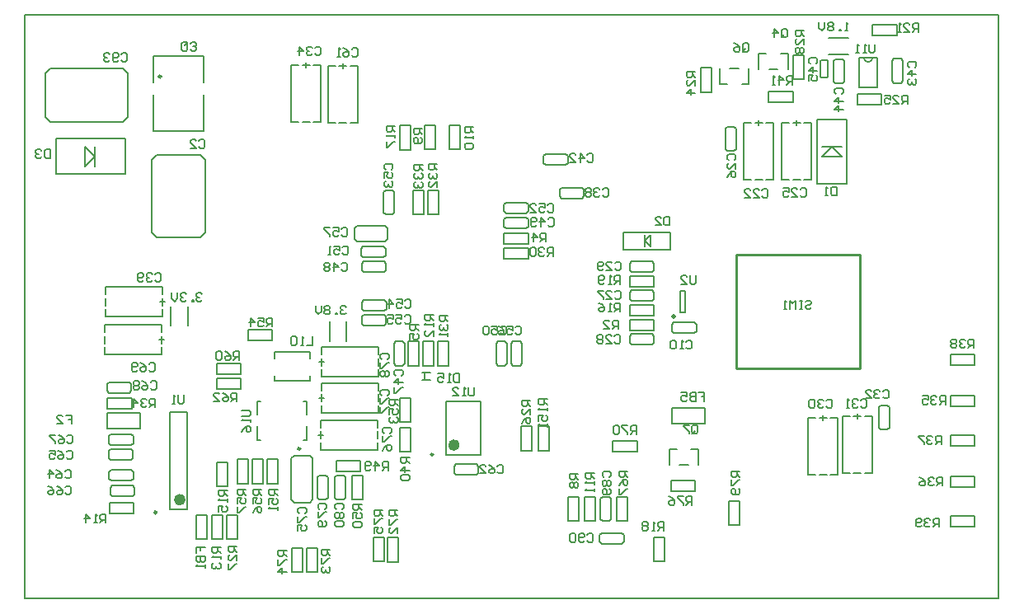
<source format=gbo>
%FSLAX25Y25*%
%MOIN*%
G70*
G01*
G75*
G04 Layer_Color=32896*
%ADD10C,0.03000*%
%ADD11C,0.02000*%
%ADD12R,0.01575X0.01181*%
%ADD13R,0.03937X0.02362*%
%ADD14R,0.07480X0.11811*%
%ADD15O,0.06890X0.02362*%
%ADD16O,0.01378X0.06693*%
%ADD17R,0.02362X0.02362*%
%ADD18R,0.13386X0.13386*%
%ADD19O,0.00984X0.03740*%
%ADD20O,0.03740X0.00984*%
%ADD21R,0.03347X0.02756*%
%ADD22R,0.02756X0.03347*%
%ADD23R,0.02362X0.02362*%
%ADD24R,0.03937X0.07087*%
%ADD25O,0.03150X0.05906*%
%ADD26R,0.03150X0.02559*%
%ADD27R,0.01181X0.01575*%
%ADD28R,0.07087X0.03937*%
%ADD29O,0.05906X0.03150*%
%ADD30C,0.03937*%
%ADD31R,0.10000X0.07000*%
%ADD32R,0.04724X0.09843*%
%ADD33R,0.07874X0.07874*%
%ADD34R,0.03937X0.05906*%
%ADD35R,0.03937X0.05118*%
%ADD36R,0.08898X0.25590*%
%ADD37R,0.01063X0.06693*%
%ADD38R,0.06693X0.01063*%
%ADD39O,0.06693X0.01063*%
%ADD40R,0.07087X0.07874*%
%ADD41R,0.04803X0.02441*%
%ADD42R,0.08661X0.16929*%
%ADD43O,0.03740X0.01378*%
%ADD44R,0.04724X0.03150*%
%ADD45R,0.04800X0.05600*%
%ADD46R,0.02500X0.05906*%
%ADD47O,0.03937X0.01181*%
%ADD48R,0.03937X0.01181*%
%ADD49R,0.07874X0.07874*%
%ADD50R,0.01575X0.05906*%
%ADD51R,0.07874X0.03937*%
%ADD52R,0.01200X0.01800*%
G04:AMPARAMS|DCode=53|XSize=35.43mil|YSize=157.48mil|CornerRadius=1.77mil|HoleSize=0mil|Usage=FLASHONLY|Rotation=90.000|XOffset=0mil|YOffset=0mil|HoleType=Round|Shape=RoundedRectangle|*
%AMROUNDEDRECTD53*
21,1,0.03543,0.15394,0,0,90.0*
21,1,0.03189,0.15748,0,0,90.0*
1,1,0.00354,0.07697,0.01595*
1,1,0.00354,0.07697,-0.01595*
1,1,0.00354,-0.07697,-0.01595*
1,1,0.00354,-0.07697,0.01595*
%
%ADD53ROUNDEDRECTD53*%
%ADD54R,0.00984X0.01299*%
%ADD55R,0.02362X0.01969*%
%ADD56R,0.00984X0.01575*%
%ADD57O,0.02362X0.07087*%
%ADD58O,0.07087X0.02362*%
%ADD59O,0.06299X0.02362*%
%ADD60C,0.01000*%
%ADD61C,0.01500*%
%ADD62C,0.00800*%
%ADD63C,0.01200*%
%ADD64C,0.02500*%
%ADD65C,0.08000*%
%ADD66R,0.04800X0.04800*%
%ADD67R,0.04169X0.04500*%
%ADD68R,0.11300X0.08500*%
%ADD69R,0.04900X0.04500*%
%ADD70R,0.05658X0.04458*%
%ADD71R,0.27300X0.16100*%
%ADD72R,0.06600X0.19900*%
%ADD73R,0.05000X0.07173*%
%ADD74R,0.08700X0.05400*%
%ADD75R,0.08100X0.13300*%
%ADD76R,0.05700X0.21700*%
%ADD77R,0.10400X0.95500*%
%ADD78R,0.06200X0.14700*%
%ADD79R,0.04200X0.18700*%
%ADD80R,0.06700X0.09800*%
%ADD81R,0.06000X0.09600*%
%ADD82R,0.10500X0.06400*%
%ADD83R,0.18000X0.08400*%
%ADD84R,0.26500X0.16000*%
%ADD85R,0.34969X0.11400*%
%ADD86C,0.00500*%
%ADD87R,0.07874X0.07874*%
%ADD88C,0.07874*%
%ADD89R,0.05906X0.05906*%
%ADD90C,0.05906*%
%ADD91R,0.07874X0.11811*%
%ADD92O,0.07874X0.11811*%
%ADD93C,0.13780*%
%ADD94R,0.05315X0.07284*%
%ADD95C,0.01969*%
G04:AMPARAMS|DCode=96|XSize=51.18mil|YSize=173.23mil|CornerRadius=2.56mil|HoleSize=0mil|Usage=FLASHONLY|Rotation=90.000|XOffset=0mil|YOffset=0mil|HoleType=Round|Shape=RoundedRectangle|*
%AMROUNDEDRECTD96*
21,1,0.05118,0.16811,0,0,90.0*
21,1,0.04606,0.17323,0,0,90.0*
1,1,0.00512,0.08406,0.02303*
1,1,0.00512,0.08406,-0.02303*
1,1,0.00512,-0.08406,-0.02303*
1,1,0.00512,-0.08406,0.02303*
%
%ADD96ROUNDEDRECTD96*%
%ADD97C,0.02000*%
%ADD98C,0.03000*%
%ADD99C,0.04000*%
%ADD100C,0.03500*%
%ADD101C,0.02598*%
%ADD102C,0.04000*%
%ADD103R,0.02258X0.03258*%
%ADD104R,0.09400X0.04700*%
%ADD105R,0.15100X0.08700*%
%ADD106R,0.12100X0.12100*%
%ADD107R,0.09500X0.12000*%
%ADD108R,0.10200X0.09400*%
%ADD109R,0.42200X0.13900*%
%ADD110C,0.05000*%
%ADD111R,0.08300X0.14100*%
%ADD112R,0.08400X0.08100*%
%ADD113R,0.27100X0.16800*%
%ADD114R,0.19300X0.05600*%
%ADD115R,0.21900X0.04900*%
%ADD116R,0.06200X0.13300*%
%ADD117R,0.39000X0.13800*%
%ADD118R,0.08661X0.11024*%
%ADD119R,0.01969X0.07874*%
%ADD120R,0.19685X0.05118*%
%ADD121R,0.02362X0.03937*%
%ADD122R,0.03150X0.04724*%
%ADD123R,0.05118X0.19685*%
%ADD124R,0.07874X0.01969*%
%ADD125R,0.03347X0.01575*%
%ADD126O,0.03543X0.01969*%
%ADD127R,0.03543X0.01969*%
%ADD128O,0.03543X0.01969*%
%ADD129R,0.08268X0.02756*%
%ADD130R,0.04843X0.02559*%
%ADD131R,0.07000X0.10000*%
%ADD132R,0.16929X0.08661*%
%ADD133O,0.01378X0.03740*%
%ADD134O,0.08661X0.02362*%
%ADD135O,0.09843X0.02362*%
%ADD136R,0.07087X0.03937*%
%ADD137R,0.07874X0.14410*%
%ADD138R,0.06299X0.01969*%
%ADD139R,0.02500X0.05500*%
%ADD140C,0.09000*%
%ADD141R,0.05182X0.06835*%
%ADD142R,0.09300X0.11700*%
%ADD143R,0.22300X0.05500*%
%ADD144R,0.26931X0.16000*%
%ADD145R,0.15800X0.09700*%
%ADD146R,0.15200X0.28165*%
%ADD147R,0.08900X0.10200*%
%ADD148R,0.03474X0.08965*%
%ADD149R,0.07600X0.09400*%
%ADD150R,0.04900X0.17100*%
%ADD151R,0.08500X0.39500*%
%ADD152R,0.14700X0.03700*%
%ADD153R,0.48700X0.11300*%
%ADD154R,0.14000X0.54700*%
%ADD155R,0.29300X0.15600*%
%ADD156R,0.08800X0.07400*%
%ADD157R,0.11100X0.13400*%
%ADD158R,0.03600X0.11400*%
%ADD159R,0.05400X0.08800*%
%ADD160R,0.08600X0.09700*%
%ADD161C,0.00984*%
%ADD162C,0.02362*%
%ADD163C,0.00700*%
%ADD164C,0.00787*%
%ADD165C,0.00600*%
%ADD166C,0.00300*%
%ADD167R,0.05417X0.06634*%
%ADD168R,0.02375X0.01981*%
%ADD169R,0.04737X0.03162*%
%ADD170R,0.08280X0.12611*%
%ADD171O,0.07690X0.03162*%
%ADD172O,0.02178X0.07493*%
%ADD173R,0.03162X0.03162*%
%ADD174R,0.14186X0.14186*%
%ADD175O,0.01784X0.04540*%
%ADD176O,0.04540X0.01784*%
%ADD177R,0.04147X0.03556*%
%ADD178R,0.03556X0.04147*%
%ADD179R,0.03162X0.03162*%
%ADD180R,0.04737X0.07887*%
%ADD181O,0.03950X0.06706*%
%ADD182R,0.03950X0.03359*%
%ADD183R,0.01981X0.02375*%
%ADD184R,0.07887X0.04737*%
%ADD185O,0.06706X0.03950*%
%ADD186C,0.04737*%
%ADD187R,0.10800X0.07800*%
%ADD188R,0.05524X0.10642*%
%ADD189R,0.08674X0.08674*%
%ADD190R,0.04737X0.06706*%
%ADD191R,0.04737X0.05918*%
%ADD192R,0.09698X0.26391*%
%ADD193R,0.01863X0.07493*%
%ADD194R,0.07493X0.01863*%
%ADD195O,0.07493X0.01863*%
%ADD196R,0.07887X0.08674*%
%ADD197R,0.05603X0.03241*%
%ADD198R,0.09461X0.17729*%
%ADD199O,0.04540X0.02178*%
%ADD200R,0.05524X0.03950*%
%ADD201R,0.05600X0.06400*%
%ADD202R,0.03300X0.06706*%
%ADD203O,0.04737X0.01981*%
%ADD204R,0.04737X0.01981*%
%ADD205R,0.08674X0.08674*%
%ADD206R,0.02375X0.06706*%
%ADD207R,0.08674X0.04737*%
%ADD208R,0.02000X0.02600*%
G04:AMPARAMS|DCode=209|XSize=39.37mil|YSize=161.42mil|CornerRadius=1.97mil|HoleSize=0mil|Usage=FLASHONLY|Rotation=90.000|XOffset=0mil|YOffset=0mil|HoleType=Round|Shape=RoundedRectangle|*
%AMROUNDEDRECTD209*
21,1,0.03937,0.15748,0,0,90.0*
21,1,0.03543,0.16142,0,0,90.0*
1,1,0.00394,0.07874,0.01772*
1,1,0.00394,0.07874,-0.01772*
1,1,0.00394,-0.07874,-0.01772*
1,1,0.00394,-0.07874,0.01772*
%
%ADD209ROUNDEDRECTD209*%
%ADD210R,0.01784X0.02099*%
%ADD211R,0.03162X0.02769*%
%ADD212R,0.01784X0.02375*%
%ADD213O,0.03162X0.07887*%
%ADD214O,0.07887X0.03162*%
%ADD215O,0.07099X0.03162*%
%ADD216R,0.08674X0.08674*%
%ADD217C,0.08674*%
%ADD218R,0.06706X0.06706*%
%ADD219C,0.06706*%
%ADD220R,0.08674X0.12611*%
%ADD221O,0.08674X0.12611*%
%ADD222C,0.14579*%
%ADD223R,0.06115X0.08083*%
%ADD224C,0.02769*%
G04:AMPARAMS|DCode=225|XSize=55.12mil|YSize=177.16mil|CornerRadius=2.76mil|HoleSize=0mil|Usage=FLASHONLY|Rotation=90.000|XOffset=0mil|YOffset=0mil|HoleType=Round|Shape=RoundedRectangle|*
%AMROUNDEDRECTD225*
21,1,0.05512,0.17165,0,0,90.0*
21,1,0.04961,0.17716,0,0,90.0*
1,1,0.00551,0.08583,0.02480*
1,1,0.00551,0.08583,-0.02480*
1,1,0.00551,-0.08583,-0.02480*
1,1,0.00551,-0.08583,0.02480*
%
%ADD225ROUNDEDRECTD225*%
%ADD226R,0.09461X0.11824*%
%ADD227R,0.02769X0.08674*%
%ADD228R,0.20485X0.05918*%
%ADD229R,0.03162X0.04737*%
%ADD230R,0.03950X0.05524*%
%ADD231R,0.05918X0.20485*%
%ADD232R,0.08674X0.02769*%
%ADD233R,0.04147X0.02375*%
%ADD234O,0.04343X0.02769*%
%ADD235R,0.04343X0.02769*%
%ADD236O,0.04343X0.02769*%
%ADD237R,0.09068X0.03556*%
%ADD238R,0.05643X0.03359*%
%ADD239R,0.07800X0.10800*%
%ADD240R,0.17729X0.09461*%
%ADD241O,0.02178X0.04540*%
%ADD242O,0.09461X0.03162*%
%ADD243O,0.10642X0.03162*%
%ADD244R,0.07887X0.04737*%
%ADD245R,0.08674X0.15210*%
%ADD246R,0.07099X0.02769*%
%ADD247R,0.03300X0.06300*%
%ADD248C,0.03398*%
D60*
X255815Y90300D02*
G03*
X255815Y90300I-583J0D01*
G01*
X48000Y187279D02*
G03*
X48000Y187279I-500J0D01*
G01*
X280400Y115300D02*
X330500D01*
Y69200D02*
Y115300D01*
X280400Y69200D02*
X330500D01*
X280400D02*
Y115300D01*
D62*
X327931Y49800D02*
X330931D01*
X329432Y48800D02*
Y50800D01*
X335432Y26800D02*
Y49800D01*
X323431Y26800D02*
Y49800D01*
X326431D01*
X332432D02*
X335432D01*
X323431Y26800D02*
X326431D01*
X332432D02*
X335432D01*
X327931D02*
X330931D01*
X314032Y49300D02*
X317032D01*
X315531Y48300D02*
Y50300D01*
X321532Y26300D02*
Y49300D01*
X309531Y26300D02*
Y49300D01*
X312531D01*
X318531D02*
X321532D01*
X309531Y26300D02*
X312531D01*
X318531D02*
X321532D01*
X314032D02*
X317032D01*
X105100Y192000D02*
X108100D01*
X106600Y191000D02*
Y193000D01*
X112600Y169000D02*
Y192000D01*
X100600Y169000D02*
Y192000D01*
X103600D01*
X109600D02*
X112600D01*
X100600Y169000D02*
X103600D01*
X109600D02*
X112600D01*
X105100D02*
X108100D01*
X119900Y191500D02*
X122900D01*
X121400Y190500D02*
Y192500D01*
X127400Y168500D02*
Y191500D01*
X115400Y168500D02*
Y191500D01*
X118400D01*
X124400D02*
X127400D01*
X115400Y168500D02*
X118400D01*
X124400D02*
X127400D01*
X119900D02*
X122900D01*
X257931Y91869D02*
X259931D01*
Y100531D01*
X257931D02*
X259931D01*
X257931Y91869D02*
Y100531D01*
X303331Y145700D02*
X306331D01*
X307832D02*
X310831D01*
X298832D02*
X301832D01*
X307832Y168700D02*
X310831D01*
X298832D02*
X301832D01*
X298832Y145700D02*
Y168700D01*
X310831Y145700D02*
Y168700D01*
X304832Y167700D02*
Y169700D01*
X303331Y168700D02*
X306331D01*
X288032Y145700D02*
X291032D01*
X292531D02*
X295532D01*
X283531D02*
X286531D01*
X292531Y168700D02*
X295532D01*
X283531D02*
X286531D01*
X283531Y145700D02*
Y168700D01*
X295532Y145700D02*
Y168700D01*
X289531Y167700D02*
Y169700D01*
X288032Y168700D02*
X291032D01*
X135632Y40900D02*
Y43900D01*
Y45400D02*
Y48400D01*
Y36400D02*
Y39400D01*
X112631Y45400D02*
Y48400D01*
Y36400D02*
Y39400D01*
Y36400D02*
X135632D01*
X112631Y48400D02*
X135632D01*
X111632Y42400D02*
X113631D01*
X112631Y40900D02*
Y43900D01*
X135731Y55800D02*
Y58800D01*
Y60300D02*
Y63300D01*
Y51300D02*
Y54300D01*
X112732Y60300D02*
Y63300D01*
Y51300D02*
Y54300D01*
Y51300D02*
X135731D01*
X112732Y63300D02*
X135731D01*
X111732Y57300D02*
X113732D01*
X112732Y55800D02*
Y58800D01*
X135731Y70300D02*
Y73300D01*
Y74800D02*
Y77800D01*
Y65800D02*
Y68800D01*
X112732Y74800D02*
Y77800D01*
Y65800D02*
Y68800D01*
Y65800D02*
X135731D01*
X112732Y77800D02*
X135731D01*
X111732Y71800D02*
X113732D01*
X112732Y70300D02*
Y73300D01*
X25000Y79300D02*
Y82300D01*
Y74800D02*
Y77800D01*
Y83800D02*
Y86800D01*
X48000Y74800D02*
Y77800D01*
Y83800D02*
Y86800D01*
X25000D02*
X48000D01*
X25000Y74800D02*
X48000D01*
X47000Y80800D02*
X49000D01*
X48000Y79300D02*
Y82300D01*
X48600Y94600D02*
Y97600D01*
X47600Y96100D02*
X49600D01*
X25600Y90100D02*
X48600D01*
X25600Y102100D02*
X48600D01*
Y99100D02*
Y102100D01*
Y90100D02*
Y93100D01*
X25600Y99100D02*
Y102100D01*
Y90100D02*
Y93100D01*
Y94600D02*
Y97600D01*
D86*
X332065Y194962D02*
G03*
X335609Y194962I1772J0D01*
G01*
X33435Y147913D02*
Y162087D01*
X5482Y147913D02*
Y162087D01*
X21230Y151063D02*
Y158937D01*
X5482Y162087D02*
X33435D01*
X5482Y147913D02*
X33435D01*
X17293Y151063D02*
Y158937D01*
Y151063D02*
X21230Y155000D01*
X17293Y158937D02*
X21230Y155000D01*
X367032Y54035D02*
X376874D01*
X367032Y58365D02*
X376874D01*
X367032Y54035D02*
Y58365D01*
X376874Y54035D02*
Y58365D01*
X367032Y37835D02*
X376874D01*
X367032Y42165D02*
X376874D01*
X367032Y37835D02*
Y42165D01*
X376874Y37835D02*
Y42165D01*
X367032Y21235D02*
X376874D01*
X367032Y25565D02*
X376874D01*
X367032Y21235D02*
Y25565D01*
X376874Y21235D02*
Y25565D01*
X367032Y5135D02*
X376874D01*
X367032Y9465D02*
X376874D01*
X367032Y5135D02*
Y9465D01*
X376874Y5135D02*
Y9465D01*
X168697Y157832D02*
Y167674D01*
X164366Y157832D02*
Y167674D01*
Y157832D02*
X168697D01*
X164366Y167674D02*
X168697D01*
X158697Y157832D02*
Y167674D01*
X154366Y157832D02*
Y167674D01*
Y157832D02*
X158697D01*
X154366Y167674D02*
X158697D01*
X338066Y45313D02*
X338854Y44526D01*
X341610D02*
X342397Y45313D01*
X341610Y54369D02*
X342397Y53581D01*
X338066D02*
X338854Y54369D01*
X338066Y45313D02*
Y53581D01*
X338854Y54369D02*
X341610D01*
X338854Y44526D02*
X341610D01*
X342397Y45313D02*
Y53581D01*
X247066Y-8874D02*
Y969D01*
X251397Y-8874D02*
Y969D01*
X247066D02*
X251397D01*
X247066Y-8874D02*
X251397D01*
X63958Y122191D02*
X65927Y124160D01*
X44273D02*
X46242Y122191D01*
X63958Y155656D02*
X65927Y153687D01*
X46242Y122191D02*
X63958D01*
X46242Y155656D02*
X63958D01*
X44273Y124160D02*
Y153687D01*
X65927Y124160D02*
Y153687D01*
X44273D02*
X46242Y155656D01*
X277535Y15674D02*
X281865D01*
X277535Y5832D02*
X281865D01*
X277535D02*
Y15674D01*
X281865Y5832D02*
Y15674D01*
X240411Y35535D02*
Y39865D01*
X230569Y35535D02*
Y39865D01*
X240411D01*
X230569Y35535D02*
X240411D01*
X232166Y7531D02*
X236497D01*
X232166Y17374D02*
X236497D01*
Y7531D02*
Y17374D01*
X232166Y7531D02*
Y17374D01*
X219099Y7531D02*
X223430D01*
X219099Y17374D02*
X223430D01*
Y7531D02*
Y17374D01*
X219099Y7531D02*
Y17374D01*
X212566Y7531D02*
X216897D01*
X212566Y17374D02*
X216897D01*
Y7531D02*
Y17374D01*
X212566Y7531D02*
Y17374D01*
X234320Y-1686D02*
X235108Y-898D01*
X234320Y2645D02*
X235108Y1857D01*
X225265D02*
X226053Y2645D01*
X225265Y-898D02*
X226053Y-1686D01*
X234320D01*
X225265Y-898D02*
Y1857D01*
X235108Y-898D02*
Y1857D01*
X226053Y2645D02*
X234320D01*
X229176Y17374D02*
X229963Y16587D01*
X225633D02*
X226420Y17374D01*
X225633Y8319D02*
X226420Y7531D01*
X229176D02*
X229963Y8319D01*
Y16587D01*
X226420Y7531D02*
X229176D01*
X226420Y17374D02*
X229176D01*
X225633Y8319D02*
Y16587D01*
X254026Y24065D02*
X263868D01*
X254026Y19735D02*
X263868D01*
Y24065D01*
X254026Y19735D02*
Y24065D01*
X254470Y46950D02*
Y53250D01*
X267856Y46950D02*
Y53250D01*
X255454Y46950D02*
Y46950D01*
X254470Y53250D02*
X267856D01*
X254470Y46950D02*
X267856D01*
X253389Y36473D02*
X256342D01*
X262247D02*
X265200D01*
X257523Y30174D02*
X261066D01*
X253389D02*
Y36473D01*
X265200Y30174D02*
Y36473D01*
X148865Y157632D02*
Y167474D01*
X144535Y157632D02*
Y167474D01*
Y157632D02*
X148865D01*
X144535Y167474D02*
X148865D01*
X153535Y67575D02*
X156921D01*
X153535Y64425D02*
X156921D01*
X154457Y64701D02*
Y67299D01*
X93800Y75900D02*
X108100D01*
X93800Y64089D02*
X108100D01*
Y73400D02*
Y75900D01*
X93800Y73300D02*
Y75900D01*
X108100Y64089D02*
Y66400D01*
X93800Y64089D02*
Y66300D01*
X32553Y190527D02*
X34521Y188558D01*
X3025Y168873D02*
X32553D01*
X3025Y190527D02*
X32553D01*
X34521Y170842D02*
Y188558D01*
X1057Y170842D02*
Y188558D01*
X32553Y168873D02*
X34521Y170842D01*
X1057Y188558D02*
X3025Y190527D01*
X1057Y170842D02*
X3025Y168873D01*
X234961Y124343D02*
X253859D01*
X234961Y117257D02*
Y124343D01*
Y117257D02*
X253859D01*
Y124343D01*
X245788Y118438D02*
Y123162D01*
X243426Y118438D02*
Y123162D01*
Y120800D02*
X245788Y123162D01*
X243426Y120800D02*
X245788Y118438D01*
X367032Y70435D02*
X376874D01*
X367032Y74765D02*
X376874D01*
X367032Y70435D02*
Y74765D01*
X376874Y70435D02*
Y74765D01*
X186563Y117865D02*
X196405D01*
X186563Y113535D02*
X196405D01*
Y117865D01*
X186563Y113535D02*
Y117865D01*
Y123765D02*
X196405D01*
X186563Y119435D02*
X196405D01*
Y123765D01*
X186563Y119435D02*
Y123765D01*
X186909Y80168D02*
X187697Y79381D01*
X183366D02*
X184153Y80168D01*
X183366Y71113D02*
X184153Y70326D01*
X186909D02*
X187697Y71113D01*
Y79381D01*
X184153Y70326D02*
X186909D01*
X184153Y80168D02*
X186909D01*
X183366Y71113D02*
Y79381D01*
X193009Y80168D02*
X193797Y79381D01*
X189466D02*
X190253Y80168D01*
X189466Y71113D02*
X190253Y70326D01*
X193009D02*
X193797Y71113D01*
Y79381D01*
X190253Y70326D02*
X193009D01*
X190253Y80168D02*
X193009D01*
X189466Y71113D02*
Y79381D01*
X72715Y226D02*
Y10069D01*
X68385Y226D02*
Y10069D01*
Y226D02*
X72715D01*
X68385Y10069D02*
X72715D01*
X74535Y226D02*
Y10069D01*
X78865Y226D02*
Y10069D01*
X74535D02*
X78865D01*
X74535Y226D02*
X78865D01*
X100700Y-13213D02*
Y-3371D01*
X105031Y-13213D02*
Y-3371D01*
X100700D02*
X105031D01*
X100700Y-13213D02*
X105031D01*
X329457Y180165D02*
X339300D01*
X329457Y175835D02*
X339300D01*
Y180165D01*
X329457Y175835D02*
Y180165D01*
X347009Y194474D02*
X347797Y193687D01*
X343466D02*
X344253Y194474D01*
X343466Y185419D02*
X344253Y184632D01*
X347009D02*
X347797Y185419D01*
Y193687D01*
X344253Y184632D02*
X347009D01*
X344253Y194474D02*
X347009D01*
X343466Y185419D02*
Y193687D01*
X337380Y182757D02*
Y194962D01*
X330294D02*
X337380D01*
X330294Y182757D02*
X337380D01*
X330294D02*
Y194962D01*
X335558Y208365D02*
X345400D01*
X335558Y204035D02*
X345400D01*
Y208365D01*
X335558Y204035D02*
Y208365D01*
X323410Y194374D02*
X324197Y193587D01*
X319866D02*
X320654Y194374D01*
X319866Y185319D02*
X320654Y184531D01*
X323410D02*
X324197Y185319D01*
Y193587D01*
X320654Y184531D02*
X323410D01*
X320654Y194374D02*
X323410D01*
X319866Y185319D02*
Y193587D01*
X314425Y193618D02*
X314819Y194012D01*
Y194012D01*
X317181Y194012D02*
X317575Y193618D01*
X317181Y194012D02*
Y194012D01*
X314425Y187319D02*
X314819Y186925D01*
Y186925D02*
Y186925D01*
X317181Y186925D02*
X317575Y187319D01*
X317181Y186925D02*
X317181D01*
X317575Y187319D02*
Y193618D01*
X314819Y194012D02*
X317181D01*
X314425Y187319D02*
Y193618D01*
X314819Y186925D02*
X317181D01*
X314425Y193618D02*
X314425D01*
X303435Y186126D02*
Y195968D01*
X307765Y186126D02*
Y195968D01*
X303435D02*
X307765D01*
X303435Y186126D02*
X307765D01*
X266035Y180926D02*
Y190769D01*
X270365Y180926D02*
Y190769D01*
X266035D02*
X270365D01*
X266035Y180926D02*
X270365D01*
X315195Y154889D02*
X319131Y158826D01*
X323068Y154889D01*
X315195Y158826D02*
X323068D01*
X315195Y154889D02*
X323068D01*
X325037Y143866D02*
Y169850D01*
X313226D02*
X325037D01*
X313226Y143866D02*
Y169850D01*
Y143866D02*
X325037D01*
X276035Y158013D02*
X276822Y157226D01*
X279578D02*
X280365Y158013D01*
X279578Y167069D02*
X280365Y166281D01*
X276035D02*
X276822Y167069D01*
X276035Y158013D02*
Y166281D01*
X276822Y167069D02*
X279578D01*
X276822Y157226D02*
X279578D01*
X280365Y158013D02*
Y166281D01*
X263587Y83435D02*
X264374Y84222D01*
X263587Y87765D02*
X264374Y86978D01*
X254532D02*
X255319Y87765D01*
X254532Y84222D02*
X255319Y83435D01*
X263587D01*
X254532Y84222D02*
Y86978D01*
X264374Y84222D02*
Y86978D01*
X255319Y87765D02*
X263587D01*
X246413Y108135D02*
X247200Y108922D01*
X246413Y112465D02*
X247200Y111678D01*
X237357D02*
X238145Y112465D01*
X237357Y108922D02*
X238145Y108135D01*
X246413D01*
X237357Y108922D02*
Y111678D01*
X247200Y108922D02*
Y111678D01*
X238145Y112465D02*
X246413D01*
X237357Y106605D02*
X247200D01*
X237357Y102275D02*
X247200D01*
Y106605D01*
X237357Y102275D02*
Y106605D01*
X246413Y96415D02*
X247200Y97202D01*
X246413Y100745D02*
X247200Y99958D01*
X237357D02*
X238145Y100745D01*
X237357Y97202D02*
X238145Y96415D01*
X246413D01*
X237357Y97202D02*
Y99958D01*
X247200Y97202D02*
Y99958D01*
X238145Y100745D02*
X246413D01*
X237357Y94885D02*
X247200D01*
X237357Y90555D02*
X247200D01*
Y94885D01*
X237357Y90555D02*
Y94885D01*
Y89025D02*
X247200D01*
X237357Y84695D02*
X247200D01*
Y89025D01*
X237357Y84695D02*
Y89025D01*
X246413Y78835D02*
X247200Y79622D01*
X246413Y83165D02*
X247200Y82378D01*
X237357D02*
X238145Y83165D01*
X237357Y79622D02*
X238145Y78835D01*
X246413D01*
X237357Y79622D02*
Y82378D01*
X247200Y79622D02*
Y82378D01*
X238145Y83165D02*
X246413D01*
X209126Y141615D02*
X209913Y142402D01*
X209126Y138859D02*
X209913Y138072D01*
X218181D02*
X218969Y138859D01*
X218181Y142402D02*
X218969Y141615D01*
X209913Y142402D02*
X218181D01*
X218969Y138859D02*
Y141615D01*
X209126Y138859D02*
Y141615D01*
X209913Y138072D02*
X218181D01*
X202600Y155141D02*
X203387Y155928D01*
X202600Y152385D02*
X203387Y151598D01*
X211655D02*
X212442Y152385D01*
X211655Y155928D02*
X212442Y155141D01*
X203387Y155928D02*
X211655D01*
X212442Y152385D02*
Y155141D01*
X202600Y152385D02*
Y155141D01*
X203387Y151598D02*
X211655D01*
X195618Y132035D02*
X196405Y132822D01*
X195618Y136365D02*
X196405Y135578D01*
X186563D02*
X187350Y136365D01*
X186563Y132822D02*
X187350Y132035D01*
X195618D01*
X186563Y132822D02*
Y135578D01*
X196405Y132822D02*
Y135578D01*
X187350Y136365D02*
X195618D01*
Y125935D02*
X196405Y126722D01*
X195618Y130265D02*
X196405Y129478D01*
X186563D02*
X187350Y130265D01*
X186563Y126722D02*
X187350Y125935D01*
X195618D01*
X186563Y126722D02*
Y129478D01*
X196405Y126722D02*
Y129478D01*
X187350Y130265D02*
X195618D01*
X155966Y131526D02*
Y141368D01*
X160297Y131526D02*
Y141368D01*
X155966D02*
X160297D01*
X155966Y131526D02*
X160297D01*
X149966D02*
Y141368D01*
X154297Y131526D02*
Y141368D01*
X149966D02*
X154297D01*
X149966Y131526D02*
X154297D01*
X137966Y132313D02*
X138753Y131526D01*
X141509D02*
X142297Y132313D01*
X141509Y141368D02*
X142297Y140581D01*
X137966D02*
X138753Y141368D01*
X137966Y132313D02*
Y140581D01*
X138753Y141368D02*
X141509D01*
X138753Y131526D02*
X141509D01*
X142297Y132313D02*
Y140581D01*
X127086Y120550D02*
X138503D01*
X126102Y121535D02*
Y125865D01*
X127086Y126850D02*
X138503D01*
X139487Y121535D02*
Y125865D01*
X138503Y126850D02*
X139487Y125865D01*
X138503Y120550D02*
X139487Y121535D01*
X126102Y125865D02*
X127086Y126850D01*
Y120550D02*
Y120550D01*
X126102Y121535D02*
X127086Y120550D01*
X137918Y114135D02*
X138706Y114922D01*
X137918Y118465D02*
X138706Y117678D01*
X128863D02*
X129650Y118465D01*
X128863Y114922D02*
X129650Y114135D01*
X137918D01*
X128863Y114922D02*
Y117678D01*
X138706Y114922D02*
Y117678D01*
X129650Y118465D02*
X137918D01*
X129058Y111678D02*
X129845Y112465D01*
X129058Y108922D02*
X129845Y108135D01*
X138113D02*
X138900Y108922D01*
X138113Y112465D02*
X138900Y111678D01*
X129845Y112465D02*
X138113D01*
X138900Y108922D02*
Y111678D01*
X129058Y108922D02*
Y111678D01*
X129845Y108135D02*
X138113D01*
X138218Y92435D02*
X139005Y93222D01*
X138218Y96765D02*
X139005Y95978D01*
X129163D02*
X129950Y96765D01*
X129163Y93222D02*
X129950Y92435D01*
X138218D01*
X129163Y93222D02*
Y95978D01*
X139005Y93222D02*
Y95978D01*
X129950Y96765D02*
X138218D01*
X138118Y86535D02*
X138906Y87322D01*
X138118Y90865D02*
X138906Y90078D01*
X129063D02*
X129850Y90865D01*
X129063Y87322D02*
X129850Y86535D01*
X138118D01*
X129063Y87322D02*
Y90078D01*
X138906Y87322D02*
Y90078D01*
X129850Y90865D02*
X138118D01*
X159766Y70326D02*
Y80168D01*
X164097Y70326D02*
Y80168D01*
X159766D02*
X164097D01*
X159766Y70326D02*
X164097D01*
X158197D02*
Y80168D01*
X153866Y70326D02*
Y80168D01*
Y70326D02*
X158197D01*
X153866Y80168D02*
X158197D01*
X147966Y70326D02*
Y80168D01*
X152297Y70326D02*
Y80168D01*
X147966D02*
X152297D01*
X147966Y70326D02*
X152297D01*
X142066Y71113D02*
X142853Y70326D01*
X145609D02*
X146397Y71113D01*
X145609Y80168D02*
X146397Y79381D01*
X142066D02*
X142853Y80168D01*
X142066Y71113D02*
Y79381D01*
X142853Y80168D02*
X145609D01*
X142853Y70326D02*
X145609D01*
X146397Y71113D02*
Y79381D01*
X144635Y47558D02*
Y57400D01*
X148965Y47558D02*
Y57400D01*
X144635D02*
X148965D01*
X144635Y47558D02*
X148965D01*
X148865Y35563D02*
Y45406D01*
X144535Y35563D02*
Y45406D01*
Y35563D02*
X148865D01*
X144535Y45406D02*
X148865D01*
X105332Y56074D02*
X106674D01*
Y50464D02*
Y56074D01*
X86989D02*
X88032D01*
X86989Y40326D02*
X88032D01*
X86989D02*
Y45936D01*
X105332Y40326D02*
X106674D01*
Y45936D01*
X86989Y50464D02*
Y56074D01*
X83031Y80635D02*
X92874D01*
X83031Y84965D02*
X92874D01*
X83031Y80635D02*
Y84965D01*
X92874Y80635D02*
Y84965D01*
X70358Y71265D02*
X80200D01*
X70358Y66935D02*
X80200D01*
Y71265D01*
X70358Y66935D02*
Y71265D01*
X70458Y65265D02*
X80300D01*
X70458Y60935D02*
X80300D01*
Y65265D01*
X70458Y60935D02*
Y65265D01*
X175487Y26135D02*
X176274Y26922D01*
X175487Y30465D02*
X176274Y29678D01*
X166431D02*
X167219Y30465D01*
X166431Y26922D02*
X167219Y26135D01*
X175487D01*
X166431Y26922D02*
Y29678D01*
X176274Y26922D02*
Y29678D01*
X167219Y30465D02*
X175487D01*
X129597Y16231D02*
Y26074D01*
X125266Y16231D02*
Y26074D01*
Y16231D02*
X129597D01*
X125266Y26074D02*
X129597D01*
X118166Y17019D02*
X118954Y16231D01*
X121709D02*
X122497Y17019D01*
X121709Y26074D02*
X122497Y25287D01*
X118166D02*
X118954Y26074D01*
X118166Y17019D02*
Y25287D01*
X118954Y26074D02*
X121709D01*
X118954Y16231D02*
X121709D01*
X122497Y17019D02*
Y25287D01*
X111066Y17019D02*
X111854Y16231D01*
X114609D02*
X115397Y17019D01*
X114609Y26074D02*
X115397Y25287D01*
X111066D02*
X111854Y26074D01*
X111066Y17019D02*
Y25287D01*
X111854Y26074D02*
X114609D01*
X111854Y16231D02*
X114609D01*
X115397Y17019D02*
Y25287D01*
X118757Y31965D02*
X128600D01*
X118757Y27635D02*
X128600D01*
Y31965D01*
X118757Y27635D02*
Y31965D01*
X109262Y16136D02*
Y32868D01*
X100601Y16136D02*
Y32868D01*
X108081Y34050D02*
X109262Y32868D01*
X100601D02*
X101782Y34050D01*
X100601Y16136D02*
X101782Y14955D01*
X108081D02*
X109262Y16136D01*
X101782Y34050D02*
X108081D01*
X101782Y14955D02*
X108081D01*
X139635Y-8974D02*
Y869D01*
X143965Y-8974D02*
Y869D01*
X139635D02*
X143965D01*
X139635Y-8974D02*
X143965D01*
X133735Y-8774D02*
Y1068D01*
X138065Y-8774D02*
Y1068D01*
X133735D02*
X138065D01*
X133735Y-8774D02*
X138065D01*
X106791Y-13191D02*
Y-3348D01*
X111122Y-13191D02*
Y-3348D01*
X106791D02*
X111122D01*
X106791Y-13191D02*
X111122D01*
X95197Y22626D02*
Y32469D01*
X90866Y22626D02*
Y32469D01*
Y22626D02*
X95197D01*
X90866Y32469D02*
X95197D01*
X84891Y22626D02*
Y32469D01*
X89222Y22626D02*
Y32469D01*
X84891D02*
X89222D01*
X84891Y22626D02*
X89222D01*
X78917D02*
Y32469D01*
X83247Y22626D02*
Y32469D01*
X78917D02*
X83247D01*
X78917Y22626D02*
X83247D01*
X74865Y21531D02*
Y31374D01*
X70535Y21531D02*
Y31374D01*
Y21531D02*
X74865D01*
X70535Y31374D02*
X74865D01*
X62235Y226D02*
Y10069D01*
X66565Y226D02*
Y10069D01*
X62235D02*
X66565D01*
X62235Y226D02*
X66565D01*
X27031Y10635D02*
X36874D01*
X27031Y14965D02*
X36874D01*
X27031Y10635D02*
Y14965D01*
X36874Y10635D02*
Y14965D01*
X27326Y20978D02*
X28113Y21765D01*
X27326Y18222D02*
X28113Y17435D01*
X36381D02*
X37168Y18222D01*
X36381Y21765D02*
X37168Y20978D01*
X28113Y21765D02*
X36381D01*
X37168Y18222D02*
Y20978D01*
X27326Y18222D02*
Y20978D01*
X28113Y17435D02*
X36381D01*
X35987Y23835D02*
X36774Y24622D01*
X35987Y28165D02*
X36774Y27378D01*
X26932D02*
X27719Y28165D01*
X26932Y24622D02*
X27719Y23835D01*
X35987D01*
X26932Y24622D02*
Y27378D01*
X36774Y24622D02*
Y27378D01*
X27719Y28165D02*
X35987D01*
X35787Y32235D02*
X36574Y33022D01*
X35787Y36565D02*
X36574Y35778D01*
X26732D02*
X27519Y36565D01*
X26732Y33022D02*
X27519Y32235D01*
X35787D01*
X26732Y33022D02*
Y35778D01*
X36574Y33022D02*
Y35778D01*
X27519Y36565D02*
X35787D01*
X26826Y41778D02*
X27613Y42565D01*
X26826Y39022D02*
X27613Y38235D01*
X35881D02*
X36669Y39022D01*
X35881Y42565D02*
X36669Y41778D01*
X27613Y42565D02*
X35881D01*
X36669Y39022D02*
Y41778D01*
X26826Y39022D02*
Y41778D01*
X27613Y38235D02*
X35881D01*
X26170Y44950D02*
X39556D01*
X26170Y51250D02*
X39556D01*
X27154Y44950D02*
Y44950D01*
X39556Y44950D02*
Y51250D01*
X26170Y44950D02*
Y51250D01*
X36074Y52935D02*
Y57265D01*
X26232Y52935D02*
Y57265D01*
X36074D01*
X26232Y52935D02*
X36074D01*
X35187Y59335D02*
X35974Y60122D01*
X35187Y63665D02*
X35974Y62878D01*
X26131D02*
X26919Y63665D01*
X26131Y60122D02*
X26919Y59335D01*
X35187D01*
X26131Y60122D02*
Y62878D01*
X35974Y60122D02*
Y62878D01*
X26919Y63665D02*
X35187D01*
X44862Y184810D02*
Y195440D01*
X65138D01*
X44862Y165322D02*
Y179889D01*
Y165322D02*
X65138D01*
Y184810D02*
Y195440D01*
Y165322D02*
Y179889D01*
X200335Y36057D02*
Y45900D01*
X204665Y36057D02*
Y45900D01*
X200335D02*
X204665D01*
X200335Y36057D02*
X204665D01*
X197865D02*
Y45900D01*
X193535Y36057D02*
Y45900D01*
Y36057D02*
X197865D01*
X193535Y45900D02*
X197865D01*
X273832Y184232D02*
Y190532D01*
X285643Y184232D02*
Y190532D01*
X277965D02*
X281509D01*
X273832Y184232D02*
X276784D01*
X282690D02*
X285643D01*
X301368Y190368D02*
Y196668D01*
X289558Y190368D02*
Y196668D01*
X293691Y190368D02*
X297235D01*
X298416Y196668D02*
X301368D01*
X289558D02*
X292510D01*
X303443Y176935D02*
Y181265D01*
X293600Y176935D02*
Y181265D01*
X303443D01*
X293600Y176935D02*
X303443D01*
X3131Y157799D02*
Y154300D01*
X1382D01*
X799Y154883D01*
Y157216D01*
X1382Y157799D01*
X3131D01*
X-367Y157216D02*
X-950Y157799D01*
X-2117D01*
X-2700Y157216D01*
Y156633D01*
X-2117Y156049D01*
X-1534D01*
X-2117D01*
X-2700Y155466D01*
Y154883D01*
X-2117Y154300D01*
X-950D01*
X-367Y154883D01*
X64531Y99216D02*
X63948Y99799D01*
X62782D01*
X62199Y99216D01*
Y98633D01*
X62782Y98049D01*
X63365D01*
X62782D01*
X62199Y97466D01*
Y96883D01*
X62782Y96300D01*
X63948D01*
X64531Y96883D01*
X61033Y96300D02*
Y96883D01*
X60449D01*
Y96300D01*
X61033D01*
X58117Y99216D02*
X57534Y99799D01*
X56367D01*
X55784Y99216D01*
Y98633D01*
X56367Y98049D01*
X56951D01*
X56367D01*
X55784Y97466D01*
Y96883D01*
X56367Y96300D01*
X57534D01*
X58117Y96883D01*
X54618Y99799D02*
Y97466D01*
X53452Y96300D01*
X52285Y97466D01*
Y99799D01*
X365032Y54700D02*
Y58199D01*
X363282D01*
X362699Y57616D01*
Y56449D01*
X363282Y55866D01*
X365032D01*
X363865D02*
X362699Y54700D01*
X361533Y57616D02*
X360949Y58199D01*
X359783D01*
X359200Y57616D01*
Y57033D01*
X359783Y56449D01*
X360366D01*
X359783D01*
X359200Y55866D01*
Y55283D01*
X359783Y54700D01*
X360949D01*
X361533Y55283D01*
X355701Y58199D02*
X358034D01*
Y56449D01*
X356868Y57033D01*
X356284D01*
X355701Y56449D01*
Y55283D01*
X356284Y54700D01*
X357451D01*
X358034Y55283D01*
X363332Y38500D02*
Y41999D01*
X361582D01*
X360999Y41416D01*
Y40249D01*
X361582Y39666D01*
X363332D01*
X362165D02*
X360999Y38500D01*
X359833Y41416D02*
X359249Y41999D01*
X358083D01*
X357500Y41416D01*
Y40833D01*
X358083Y40249D01*
X358666D01*
X358083D01*
X357500Y39666D01*
Y39083D01*
X358083Y38500D01*
X359249D01*
X359833Y39083D01*
X356334Y41999D02*
X354001D01*
Y41416D01*
X356334Y39083D01*
Y38500D01*
X363931Y21800D02*
Y25299D01*
X362182D01*
X361599Y24716D01*
Y23549D01*
X362182Y22966D01*
X363931D01*
X362765D02*
X361599Y21800D01*
X360433Y24716D02*
X359850Y25299D01*
X358683D01*
X358100Y24716D01*
Y24133D01*
X358683Y23549D01*
X359266D01*
X358683D01*
X358100Y22966D01*
Y22383D01*
X358683Y21800D01*
X359850D01*
X360433Y22383D01*
X354601Y25299D02*
X355767Y24716D01*
X356934Y23549D01*
Y22383D01*
X356351Y21800D01*
X355184D01*
X354601Y22383D01*
Y22966D01*
X355184Y23549D01*
X356934D01*
X362432Y5100D02*
Y8599D01*
X360682D01*
X360099Y8016D01*
Y6849D01*
X360682Y6266D01*
X362432D01*
X361265D02*
X360099Y5100D01*
X358933Y8016D02*
X358349Y8599D01*
X357183D01*
X356600Y8016D01*
Y7433D01*
X357183Y6849D01*
X357766D01*
X357183D01*
X356600Y6266D01*
Y5683D01*
X357183Y5100D01*
X358349D01*
X358933Y5683D01*
X355434D02*
X354851Y5100D01*
X353684D01*
X353101Y5683D01*
Y8016D01*
X353684Y8599D01*
X354851D01*
X355434Y8016D01*
Y7433D01*
X354851Y6849D01*
X353101D01*
X174232Y166800D02*
X170733D01*
Y165051D01*
X171316Y164467D01*
X172482D01*
X173065Y165051D01*
Y166800D01*
Y165634D02*
X174232Y164467D01*
Y163301D02*
Y162135D01*
Y162718D01*
X170733D01*
X171316Y163301D01*
Y160385D02*
X170733Y159802D01*
Y158636D01*
X171316Y158053D01*
X173648D01*
X174232Y158636D01*
Y159802D01*
X173648Y160385D01*
X171316D01*
X153532Y166200D02*
X150033D01*
Y164451D01*
X150616Y163867D01*
X151782D01*
X152365Y164451D01*
Y166200D01*
Y165034D02*
X153532Y163867D01*
X152948Y162701D02*
X153532Y162118D01*
Y160952D01*
X152948Y160369D01*
X150616D01*
X150033Y160952D01*
Y162118D01*
X150616Y162701D01*
X151199D01*
X151782Y162118D01*
Y160369D01*
X339799Y60016D02*
X340382Y60599D01*
X341548D01*
X342131Y60016D01*
Y57683D01*
X341548Y57100D01*
X340382D01*
X339799Y57683D01*
X338633Y60016D02*
X338050Y60599D01*
X336883D01*
X336300Y60016D01*
Y59433D01*
X336883Y58849D01*
X337466D01*
X336883D01*
X336300Y58266D01*
Y57683D01*
X336883Y57100D01*
X338050D01*
X338633Y57683D01*
X332801Y57100D02*
X335134D01*
X332801Y59433D01*
Y60016D01*
X333384Y60599D01*
X334551D01*
X335134Y60016D01*
X251132Y3700D02*
Y7199D01*
X249382D01*
X248799Y6616D01*
Y5449D01*
X249382Y4866D01*
X251132D01*
X249965D02*
X248799Y3700D01*
X247633D02*
X246466D01*
X247049D01*
Y7199D01*
X247633Y6616D01*
X244717D02*
X244134Y7199D01*
X242968D01*
X242384Y6616D01*
Y6033D01*
X242968Y5449D01*
X242384Y4866D01*
Y4283D01*
X242968Y3700D01*
X244134D01*
X244717Y4283D01*
Y4866D01*
X244134Y5449D01*
X244717Y6033D01*
Y6616D01*
X244134Y5449D02*
X242968D01*
X63299Y161316D02*
X63882Y161899D01*
X65048D01*
X65632Y161316D01*
Y158983D01*
X65048Y158400D01*
X63882D01*
X63299Y158983D01*
X59800Y158400D02*
X62133D01*
X59800Y160733D01*
Y161316D01*
X60383Y161899D01*
X61550D01*
X62133Y161316D01*
X281925Y27719D02*
X278426D01*
Y25969D01*
X279010Y25386D01*
X280176D01*
X280759Y25969D01*
Y27719D01*
Y26553D02*
X281925Y25386D01*
X278426Y24220D02*
Y21887D01*
X279010D01*
X281342Y24220D01*
X281925D01*
X281342Y20721D02*
X281925Y20138D01*
Y18972D01*
X281342Y18389D01*
X279010D01*
X278426Y18972D01*
Y20138D01*
X279010Y20721D01*
X279593D01*
X280176Y20138D01*
Y18389D01*
X240131Y42600D02*
Y46099D01*
X238382D01*
X237799Y45516D01*
Y44349D01*
X238382Y43766D01*
X240131D01*
X238965D02*
X237799Y42600D01*
X236633Y46099D02*
X234300D01*
Y45516D01*
X236633Y43183D01*
Y42600D01*
X233134Y45516D02*
X232551Y46099D01*
X231384D01*
X230801Y45516D01*
Y43183D01*
X231384Y42600D01*
X232551D01*
X233134Y43183D01*
Y45516D01*
X236600Y27700D02*
X233101D01*
Y25951D01*
X233684Y25367D01*
X234851D01*
X235434Y25951D01*
Y27700D01*
Y26534D02*
X236600Y25367D01*
X233101Y21869D02*
X233684Y23035D01*
X234851Y24201D01*
X236017D01*
X236600Y23618D01*
Y22452D01*
X236017Y21869D01*
X235434D01*
X234851Y22452D01*
Y24201D01*
X233101Y20702D02*
Y18370D01*
X233684D01*
X236017Y20702D01*
X236600D01*
X223100Y27000D02*
X219601D01*
Y25251D01*
X220184Y24667D01*
X221351D01*
X221934Y25251D01*
Y27000D01*
Y25834D02*
X223100Y24667D01*
Y23501D02*
Y22335D01*
Y22918D01*
X219601D01*
X220184Y23501D01*
X223100Y20585D02*
Y19419D01*
Y20002D01*
X219601D01*
X220184Y20585D01*
X216600Y26700D02*
X213101D01*
Y24951D01*
X213684Y24367D01*
X214851D01*
X215434Y24951D01*
Y26700D01*
Y25534D02*
X216600Y24367D01*
X213684Y23201D02*
X213101Y22618D01*
Y21452D01*
X213684Y20868D01*
X214267D01*
X214851Y21452D01*
X215434Y20868D01*
X216017D01*
X216600Y21452D01*
Y22618D01*
X216017Y23201D01*
X215434D01*
X214851Y22618D01*
X214267Y23201D01*
X213684D01*
X214851Y22618D02*
Y21452D01*
X330867Y56216D02*
X331451Y56799D01*
X332617D01*
X333200Y56216D01*
Y53883D01*
X332617Y53300D01*
X331451D01*
X330867Y53883D01*
X329701Y56216D02*
X329118Y56799D01*
X327952D01*
X327369Y56216D01*
Y55633D01*
X327952Y55049D01*
X328535D01*
X327952D01*
X327369Y54466D01*
Y53883D01*
X327952Y53300D01*
X329118D01*
X329701Y53883D01*
X326202Y53300D02*
X325036D01*
X325619D01*
Y56799D01*
X326202Y56216D01*
X316967Y56116D02*
X317551Y56699D01*
X318717D01*
X319300Y56116D01*
Y53783D01*
X318717Y53200D01*
X317551D01*
X316967Y53783D01*
X315801Y56116D02*
X315218Y56699D01*
X314052D01*
X313469Y56116D01*
Y55533D01*
X314052Y54949D01*
X314635D01*
X314052D01*
X313469Y54366D01*
Y53783D01*
X314052Y53200D01*
X315218D01*
X315801Y53783D01*
X312302Y56116D02*
X311719Y56699D01*
X310553D01*
X309970Y56116D01*
Y53783D01*
X310553Y53200D01*
X311719D01*
X312302Y53783D01*
Y56116D01*
X220267Y1916D02*
X220851Y2499D01*
X222017D01*
X222600Y1916D01*
Y-417D01*
X222017Y-1000D01*
X220851D01*
X220267Y-417D01*
X219101D02*
X218518Y-1000D01*
X217352D01*
X216769Y-417D01*
Y1916D01*
X217352Y2499D01*
X218518D01*
X219101Y1916D01*
Y1333D01*
X218518Y749D01*
X216769D01*
X215602Y1916D02*
X215019Y2499D01*
X213853D01*
X213270Y1916D01*
Y-417D01*
X213853Y-1000D01*
X215019D01*
X215602Y-417D01*
Y1916D01*
X226984Y25167D02*
X226401Y25751D01*
Y26917D01*
X226984Y27500D01*
X229317D01*
X229900Y26917D01*
Y25751D01*
X229317Y25167D01*
X226984Y24001D02*
X226401Y23418D01*
Y22252D01*
X226984Y21668D01*
X227567D01*
X228151Y22252D01*
X228734Y21668D01*
X229317D01*
X229900Y22252D01*
Y23418D01*
X229317Y24001D01*
X228734D01*
X228151Y23418D01*
X227567Y24001D01*
X226984D01*
X228151Y23418D02*
Y22252D01*
X229317Y20502D02*
X229900Y19919D01*
Y18753D01*
X229317Y18170D01*
X226984D01*
X226401Y18753D01*
Y19919D01*
X226984Y20502D01*
X227567D01*
X228151Y19919D01*
Y18170D01*
X262600Y14000D02*
Y17499D01*
X260851D01*
X260267Y16916D01*
Y15749D01*
X260851Y15166D01*
X262600D01*
X261434D02*
X260267Y14000D01*
X259101Y17499D02*
X256769D01*
Y16916D01*
X259101Y14583D01*
Y14000D01*
X253270Y17499D02*
X254436Y16916D01*
X255602Y15749D01*
Y14583D01*
X255019Y14000D01*
X253853D01*
X253270Y14583D01*
Y15166D01*
X253853Y15749D01*
X255602D01*
X265299Y59499D02*
X267632D01*
Y57749D01*
X266465D01*
X267632D01*
Y56000D01*
X264133Y59499D02*
Y56000D01*
X262383D01*
X261800Y56583D01*
Y57166D01*
X262383Y57749D01*
X264133D01*
X262383D01*
X261800Y58333D01*
Y58916D01*
X262383Y59499D01*
X264133D01*
X258301D02*
X260634D01*
Y57749D01*
X259468Y58333D01*
X258884D01*
X258301Y57749D01*
Y56583D01*
X258884Y56000D01*
X260051D01*
X260634Y56583D01*
X262599Y43483D02*
Y45816D01*
X263182Y46399D01*
X264348D01*
X264932Y45816D01*
Y43483D01*
X264348Y42900D01*
X263182D01*
X263765Y44066D02*
X262599Y42900D01*
X263182D02*
X262599Y43483D01*
X261433Y46399D02*
X259100D01*
Y45816D01*
X261433Y43483D01*
Y42900D01*
X168600Y67099D02*
Y63600D01*
X166851D01*
X166267Y64183D01*
Y66516D01*
X166851Y67099D01*
X168600D01*
X165101Y63600D02*
X163935D01*
X164518D01*
Y67099D01*
X165101Y66516D01*
X159853Y67099D02*
X162185D01*
Y65349D01*
X161019Y65933D01*
X160436D01*
X159853Y65349D01*
Y64183D01*
X160436Y63600D01*
X161602D01*
X162185Y64183D01*
X72000Y-3100D02*
X68501D01*
Y-4849D01*
X69084Y-5433D01*
X70251D01*
X70834Y-4849D01*
Y-3100D01*
Y-4266D02*
X72000Y-5433D01*
Y-6599D02*
Y-7765D01*
Y-7182D01*
X68501D01*
X69084Y-6599D01*
Y-9515D02*
X68501Y-10098D01*
Y-11264D01*
X69084Y-11847D01*
X69667D01*
X70251Y-11264D01*
Y-10681D01*
Y-11264D01*
X70834Y-11847D01*
X71417D01*
X72000Y-11264D01*
Y-10098D01*
X71417Y-9515D01*
X78600Y-2700D02*
X75101D01*
Y-4449D01*
X75684Y-5033D01*
X76851D01*
X77434Y-4449D01*
Y-2700D01*
Y-3866D02*
X78600Y-5033D01*
Y-8531D02*
Y-6199D01*
X76267Y-8531D01*
X75684D01*
X75101Y-7948D01*
Y-6782D01*
X75684Y-6199D01*
X75101Y-9698D02*
Y-12030D01*
X75684D01*
X78017Y-9698D01*
X78600D01*
X124999Y198316D02*
X125582Y198899D01*
X126748D01*
X127331Y198316D01*
Y195983D01*
X126748Y195400D01*
X125582D01*
X124999Y195983D01*
X121500Y198899D02*
X122666Y198316D01*
X123833Y197149D01*
Y195983D01*
X123249Y195400D01*
X122083D01*
X121500Y195983D01*
Y196566D01*
X122083Y197149D01*
X123833D01*
X120334Y195400D02*
X119167D01*
X119751D01*
Y198899D01*
X120334Y198316D01*
X45570Y107216D02*
X46154Y107799D01*
X47320D01*
X47903Y107216D01*
Y104883D01*
X47320Y104300D01*
X46154D01*
X45570Y104883D01*
X44404Y107216D02*
X43821Y107799D01*
X42655D01*
X42072Y107216D01*
Y106633D01*
X42655Y106049D01*
X43238D01*
X42655D01*
X42072Y105466D01*
Y104883D01*
X42655Y104300D01*
X43821D01*
X44404Y104883D01*
X40905D02*
X40322Y104300D01*
X39156D01*
X38573Y104883D01*
Y107216D01*
X39156Y107799D01*
X40322D01*
X40905Y107216D01*
Y106633D01*
X40322Y106049D01*
X38573D01*
X110199Y198816D02*
X110782Y199399D01*
X111948D01*
X112531Y198816D01*
Y196483D01*
X111948Y195900D01*
X110782D01*
X110199Y196483D01*
X109033Y198816D02*
X108449Y199399D01*
X107283D01*
X106700Y198816D01*
Y198233D01*
X107283Y197649D01*
X107866D01*
X107283D01*
X106700Y197066D01*
Y196483D01*
X107283Y195900D01*
X108449D01*
X109033Y196483D01*
X103784Y195900D02*
Y199399D01*
X105534Y197649D01*
X103201D01*
X42999Y70916D02*
X43582Y71499D01*
X44748D01*
X45331Y70916D01*
Y68583D01*
X44748Y68000D01*
X43582D01*
X42999Y68583D01*
X39500Y71499D02*
X40666Y70916D01*
X41833Y69749D01*
Y68583D01*
X41249Y68000D01*
X40083D01*
X39500Y68583D01*
Y69166D01*
X40083Y69749D01*
X41833D01*
X38334Y68583D02*
X37751Y68000D01*
X36584D01*
X36001Y68583D01*
Y70916D01*
X36584Y71499D01*
X37751D01*
X38334Y70916D01*
Y70333D01*
X37751Y69749D01*
X36001D01*
X80601Y52200D02*
X83517D01*
X84100Y51617D01*
Y50451D01*
X83517Y49867D01*
X80601D01*
X84100Y48701D02*
Y47535D01*
Y48118D01*
X80601D01*
X81184Y48701D01*
X80601Y43453D02*
X81184Y44619D01*
X82351Y45785D01*
X83517D01*
X84100Y45202D01*
Y44036D01*
X83517Y43453D01*
X82934D01*
X82351Y44036D01*
Y45785D01*
X174600Y61599D02*
Y58683D01*
X174017Y58100D01*
X172851D01*
X172267Y58683D01*
Y61599D01*
X171101Y58100D02*
X169935D01*
X170518D01*
Y61599D01*
X171101Y61016D01*
X165853Y58100D02*
X168185D01*
X165853Y60433D01*
Y61016D01*
X166436Y61599D01*
X167602D01*
X168185Y61016D01*
X336500Y200399D02*
Y197483D01*
X335917Y196900D01*
X334751D01*
X334167Y197483D01*
Y200399D01*
X333001Y196900D02*
X331835D01*
X332418D01*
Y200399D01*
X333001Y199816D01*
X330085Y196900D02*
X328919D01*
X329502D01*
Y200399D01*
X330085Y199816D01*
X264131Y106899D02*
Y103983D01*
X263548Y103400D01*
X262382D01*
X261799Y103983D01*
Y106899D01*
X258300Y103400D02*
X260633D01*
X258300Y105733D01*
Y106316D01*
X258883Y106899D01*
X260050D01*
X260633Y106316D01*
X57100Y58499D02*
Y55583D01*
X56517Y55000D01*
X55351D01*
X54767Y55583D01*
Y58499D01*
X53601Y55000D02*
X52435D01*
X53018D01*
Y58499D01*
X53601Y57916D01*
X122731Y94016D02*
X122148Y94599D01*
X120982D01*
X120399Y94016D01*
Y93433D01*
X120982Y92849D01*
X121565D01*
X120982D01*
X120399Y92266D01*
Y91683D01*
X120982Y91100D01*
X122148D01*
X122731Y91683D01*
X119233Y91100D02*
Y91683D01*
X118649D01*
Y91100D01*
X119233D01*
X116317Y94016D02*
X115734Y94599D01*
X114567D01*
X113984Y94016D01*
Y93433D01*
X114567Y92849D01*
X113984Y92266D01*
Y91683D01*
X114567Y91100D01*
X115734D01*
X116317Y91683D01*
Y92266D01*
X115734Y92849D01*
X116317Y93433D01*
Y94016D01*
X115734Y92849D02*
X114567D01*
X112818Y94599D02*
Y92266D01*
X111652Y91100D01*
X110485Y92266D01*
Y94599D01*
X325631Y205800D02*
X324465D01*
X325048D01*
Y209299D01*
X325631Y208716D01*
X322716Y205800D02*
Y206383D01*
X322133D01*
Y205800D01*
X322716D01*
X319800Y208716D02*
X319217Y209299D01*
X318051D01*
X317467Y208716D01*
Y208133D01*
X318051Y207549D01*
X317467Y206966D01*
Y206383D01*
X318051Y205800D01*
X319217D01*
X319800Y206383D01*
Y206966D01*
X319217Y207549D01*
X319800Y208133D01*
Y208716D01*
X319217Y207549D02*
X318051D01*
X316301Y209299D02*
Y206966D01*
X315135Y205800D01*
X313969Y206966D01*
Y209299D01*
X308467Y96116D02*
X309051Y96699D01*
X310217D01*
X310800Y96116D01*
Y95533D01*
X310217Y94949D01*
X309051D01*
X308467Y94366D01*
Y93783D01*
X309051Y93200D01*
X310217D01*
X310800Y93783D01*
X307301Y96699D02*
X306135D01*
X306718D01*
Y93200D01*
X307301D01*
X306135D01*
X304385D02*
Y96699D01*
X303219Y95533D01*
X302053Y96699D01*
Y93200D01*
X300887D02*
X299720D01*
X300303D01*
Y96699D01*
X300887Y96116D01*
X204100Y56800D02*
X200601D01*
Y55051D01*
X201184Y54467D01*
X202351D01*
X202934Y55051D01*
Y56800D01*
Y55634D02*
X204100Y54467D01*
Y53301D02*
Y52135D01*
Y52718D01*
X200601D01*
X201184Y53301D01*
X200601Y48053D02*
Y50385D01*
X202351D01*
X201767Y49219D01*
Y48636D01*
X202351Y48053D01*
X203517D01*
X204100Y48636D01*
Y49802D01*
X203517Y50385D01*
X204100Y46887D02*
Y45720D01*
Y46303D01*
X200601D01*
X201184Y46887D01*
X137531Y12000D02*
X134033D01*
Y10251D01*
X134616Y9667D01*
X135782D01*
X136365Y10251D01*
Y12000D01*
Y10834D02*
X137531Y9667D01*
X134033Y8501D02*
Y6168D01*
X134616D01*
X136948Y8501D01*
X137531D01*
X134033Y2670D02*
Y5002D01*
X135782D01*
X135199Y3836D01*
Y3253D01*
X135782Y2670D01*
X136948D01*
X137531Y3253D01*
Y4419D01*
X136948Y5002D01*
X98700Y-4500D02*
X95201D01*
Y-6249D01*
X95784Y-6833D01*
X96951D01*
X97534Y-6249D01*
Y-4500D01*
Y-5666D02*
X98700Y-6833D01*
X95201Y-7999D02*
Y-10331D01*
X95784D01*
X98117Y-7999D01*
X98700D01*
Y-13247D02*
X95201D01*
X96951Y-11498D01*
Y-13830D01*
X116300Y-4000D02*
X112801D01*
Y-5749D01*
X113384Y-6333D01*
X114551D01*
X115134Y-5749D01*
Y-4000D01*
Y-5166D02*
X116300Y-6333D01*
X112801Y-7499D02*
Y-9831D01*
X113384D01*
X115717Y-7499D01*
X116300D01*
X113384Y-10998D02*
X112801Y-11581D01*
Y-12747D01*
X113384Y-13330D01*
X113967D01*
X114551Y-12747D01*
Y-12164D01*
Y-12747D01*
X115134Y-13330D01*
X115717D01*
X116300Y-12747D01*
Y-11581D01*
X115717Y-10998D01*
X143631Y11800D02*
X140133D01*
Y10051D01*
X140716Y9467D01*
X141882D01*
X142465Y10051D01*
Y11800D01*
Y10634D02*
X143631Y9467D01*
X140133Y8301D02*
Y5968D01*
X140716D01*
X143048Y8301D01*
X143631D01*
Y2470D02*
Y4802D01*
X141299Y2470D01*
X140716D01*
X140133Y3053D01*
Y4219D01*
X140716Y4802D01*
X78600Y55900D02*
Y59399D01*
X76851D01*
X76267Y58816D01*
Y57649D01*
X76851Y57066D01*
X78600D01*
X77434D02*
X76267Y55900D01*
X72769Y59399D02*
X73935Y58816D01*
X75101Y57649D01*
Y56483D01*
X74518Y55900D01*
X73352D01*
X72769Y56483D01*
Y57066D01*
X73352Y57649D01*
X75101D01*
X69270Y55900D02*
X71602D01*
X69270Y58233D01*
Y58816D01*
X69853Y59399D01*
X71019D01*
X71602Y58816D01*
X79500Y72600D02*
Y76099D01*
X77751D01*
X77167Y75516D01*
Y74349D01*
X77751Y73766D01*
X79500D01*
X78334D02*
X77167Y72600D01*
X73669Y76099D02*
X74835Y75516D01*
X76001Y74349D01*
Y73183D01*
X75418Y72600D01*
X74252D01*
X73669Y73183D01*
Y73766D01*
X74252Y74349D01*
X76001D01*
X72502Y75516D02*
X71919Y76099D01*
X70753D01*
X70170Y75516D01*
Y73183D01*
X70753Y72600D01*
X71919D01*
X72502Y73183D01*
Y75516D01*
X82300Y20400D02*
X78801D01*
Y18651D01*
X79384Y18067D01*
X80551D01*
X81134Y18651D01*
Y20400D01*
Y19234D02*
X82300Y18067D01*
X78801Y14569D02*
Y16901D01*
X80551D01*
X79967Y15735D01*
Y15152D01*
X80551Y14569D01*
X81717D01*
X82300Y15152D01*
Y16318D01*
X81717Y16901D01*
X78801Y13402D02*
Y11070D01*
X79384D01*
X81717Y13402D01*
X82300D01*
X88600Y20300D02*
X85101D01*
Y18551D01*
X85684Y17967D01*
X86851D01*
X87434Y18551D01*
Y20300D01*
Y19134D02*
X88600Y17967D01*
X85101Y14469D02*
Y16801D01*
X86851D01*
X86267Y15635D01*
Y15052D01*
X86851Y14469D01*
X88017D01*
X88600Y15052D01*
Y16218D01*
X88017Y16801D01*
X85101Y10970D02*
X85684Y12136D01*
X86851Y13302D01*
X88017D01*
X88600Y12719D01*
Y11553D01*
X88017Y10970D01*
X87434D01*
X86851Y11553D01*
Y13302D01*
X92831Y86100D02*
Y89599D01*
X91082D01*
X90499Y89016D01*
Y87849D01*
X91082Y87266D01*
X92831D01*
X91665D02*
X90499Y86100D01*
X87000Y89599D02*
X89333D01*
Y87849D01*
X88166Y88433D01*
X87583D01*
X87000Y87849D01*
Y86683D01*
X87583Y86100D01*
X88749D01*
X89333Y86683D01*
X84084Y86100D02*
Y89599D01*
X85834Y87849D01*
X83501D01*
X143700Y56500D02*
X140201D01*
Y54751D01*
X140784Y54167D01*
X141951D01*
X142534Y54751D01*
Y56500D01*
Y55334D02*
X143700Y54167D01*
X140201Y50669D02*
Y53001D01*
X141951D01*
X141367Y51835D01*
Y51252D01*
X141951Y50669D01*
X143117D01*
X143700Y51252D01*
Y52418D01*
X143117Y53001D01*
X140784Y49502D02*
X140201Y48919D01*
Y47753D01*
X140784Y47170D01*
X141367D01*
X141951Y47753D01*
Y48336D01*
Y47753D01*
X142534Y47170D01*
X143117D01*
X143700Y47753D01*
Y48919D01*
X143117Y49502D01*
X95100Y20200D02*
X91601D01*
Y18451D01*
X92184Y17867D01*
X93351D01*
X93934Y18451D01*
Y20200D01*
Y19034D02*
X95100Y17867D01*
X91601Y14368D02*
Y16701D01*
X93351D01*
X92767Y15535D01*
Y14952D01*
X93351Y14368D01*
X94517D01*
X95100Y14952D01*
Y16118D01*
X94517Y16701D01*
X95100Y13202D02*
Y12036D01*
Y12619D01*
X91601D01*
X92184Y13202D01*
X129000Y14300D02*
X125501D01*
Y12551D01*
X126084Y11967D01*
X127251D01*
X127834Y12551D01*
Y14300D01*
Y13134D02*
X129000Y11967D01*
X125501Y8469D02*
Y10801D01*
X127251D01*
X126667Y9635D01*
Y9052D01*
X127251Y8469D01*
X128417D01*
X129000Y9052D01*
Y10218D01*
X128417Y10801D01*
X126084Y7302D02*
X125501Y6719D01*
Y5553D01*
X126084Y4970D01*
X128417D01*
X129000Y5553D01*
Y6719D01*
X128417Y7302D01*
X126084D01*
X139732Y28005D02*
Y31504D01*
X137982D01*
X137399Y30921D01*
Y29755D01*
X137982Y29172D01*
X139732D01*
X138565D02*
X137399Y28005D01*
X134483D02*
Y31504D01*
X136233Y29755D01*
X133900D01*
X132734Y28589D02*
X132151Y28005D01*
X130984D01*
X130401Y28589D01*
Y30921D01*
X130984Y31504D01*
X132151D01*
X132734Y30921D01*
Y30338D01*
X132151Y29755D01*
X130401D01*
X148372Y33193D02*
X144873D01*
Y31444D01*
X145457Y30860D01*
X146623D01*
X147206Y31444D01*
Y33193D01*
Y32027D02*
X148372Y30860D01*
Y27945D02*
X144873D01*
X146623Y29694D01*
Y27362D01*
X145457Y26195D02*
X144873Y25612D01*
Y24446D01*
X145457Y23863D01*
X147789D01*
X148372Y24446D01*
Y25612D01*
X147789Y26195D01*
X145457D01*
X376631Y77500D02*
Y80999D01*
X374882D01*
X374299Y80416D01*
Y79249D01*
X374882Y78666D01*
X376631D01*
X375465D02*
X374299Y77500D01*
X373133Y80416D02*
X372550Y80999D01*
X371383D01*
X370800Y80416D01*
Y79833D01*
X371383Y79249D01*
X371966D01*
X371383D01*
X370800Y78666D01*
Y78083D01*
X371383Y77500D01*
X372550D01*
X373133Y78083D01*
X369634Y80416D02*
X369051Y80999D01*
X367884D01*
X367301Y80416D01*
Y79833D01*
X367884Y79249D01*
X367301Y78666D01*
Y78083D01*
X367884Y77500D01*
X369051D01*
X369634Y78083D01*
Y78666D01*
X369051Y79249D01*
X369634Y79833D01*
Y80416D01*
X369051Y79249D02*
X367884D01*
X153700Y151700D02*
X150201D01*
Y149951D01*
X150784Y149367D01*
X151951D01*
X152534Y149951D01*
Y151700D01*
Y150534D02*
X153700Y149367D01*
X150784Y148201D02*
X150201Y147618D01*
Y146452D01*
X150784Y145869D01*
X151367D01*
X151951Y146452D01*
Y147035D01*
Y146452D01*
X152534Y145869D01*
X153117D01*
X153700Y146452D01*
Y147618D01*
X153117Y148201D01*
X150784Y144702D02*
X150201Y144119D01*
Y142953D01*
X150784Y142370D01*
X151367D01*
X151951Y142953D01*
Y143536D01*
Y142953D01*
X152534Y142370D01*
X153117D01*
X153700Y142953D01*
Y144119D01*
X153117Y144702D01*
X159600Y151800D02*
X156101D01*
Y150051D01*
X156684Y149467D01*
X157851D01*
X158434Y150051D01*
Y151800D01*
Y150634D02*
X159600Y149467D01*
X156684Y148301D02*
X156101Y147718D01*
Y146552D01*
X156684Y145969D01*
X157267D01*
X157851Y146552D01*
Y147135D01*
Y146552D01*
X158434Y145969D01*
X159017D01*
X159600Y146552D01*
Y147718D01*
X159017Y148301D01*
X159600Y142470D02*
Y144802D01*
X157267Y142470D01*
X156684D01*
X156101Y143053D01*
Y144219D01*
X156684Y144802D01*
X163932Y90500D02*
X160433D01*
Y88751D01*
X161016Y88167D01*
X162182D01*
X162765Y88751D01*
Y90500D01*
Y89334D02*
X163932Y88167D01*
X161016Y87001D02*
X160433Y86418D01*
Y85252D01*
X161016Y84669D01*
X161599D01*
X162182Y85252D01*
Y85835D01*
Y85252D01*
X162765Y84669D01*
X163348D01*
X163932Y85252D01*
Y86418D01*
X163348Y87001D01*
X163932Y83502D02*
Y82336D01*
Y82919D01*
X160433D01*
X161016Y83502D01*
X206437Y114600D02*
Y118099D01*
X204688D01*
X204104Y117516D01*
Y116349D01*
X204688Y115766D01*
X206437D01*
X205271D02*
X204104Y114600D01*
X202938Y117516D02*
X202355Y118099D01*
X201189D01*
X200606Y117516D01*
Y116933D01*
X201189Y116349D01*
X201772D01*
X201189D01*
X200606Y115766D01*
Y115183D01*
X201189Y114600D01*
X202355D01*
X202938Y115183D01*
X199439Y117516D02*
X198856Y118099D01*
X197690D01*
X197107Y117516D01*
Y115183D01*
X197690Y114600D01*
X198856D01*
X199439Y115183D01*
Y117516D01*
X307900Y206000D02*
X304401D01*
Y204251D01*
X304984Y203667D01*
X306151D01*
X306734Y204251D01*
Y206000D01*
Y204834D02*
X307900Y203667D01*
Y200169D02*
Y202501D01*
X305567Y200169D01*
X304984D01*
X304401Y200752D01*
Y201918D01*
X304984Y202501D01*
Y199002D02*
X304401Y198419D01*
Y197253D01*
X304984Y196670D01*
X305567D01*
X306151Y197253D01*
X306734Y196670D01*
X307317D01*
X307900Y197253D01*
Y198419D01*
X307317Y199002D01*
X306734D01*
X306151Y198419D01*
X305567Y199002D01*
X304984D01*
X306151Y198419D02*
Y197253D01*
X197300Y56400D02*
X193801D01*
Y54651D01*
X194384Y54067D01*
X195551D01*
X196134Y54651D01*
Y56400D01*
Y55234D02*
X197300Y54067D01*
Y50568D02*
Y52901D01*
X194967Y50568D01*
X194384D01*
X193801Y51152D01*
Y52318D01*
X194384Y52901D01*
X193801Y47070D02*
X194384Y48236D01*
X195551Y49402D01*
X196717D01*
X197300Y48819D01*
Y47653D01*
X196717Y47070D01*
X196134D01*
X195551Y47653D01*
Y49402D01*
X349700Y176200D02*
Y179699D01*
X347951D01*
X347367Y179116D01*
Y177949D01*
X347951Y177366D01*
X349700D01*
X348534D02*
X347367Y176200D01*
X343869D02*
X346201D01*
X343869Y178533D01*
Y179116D01*
X344452Y179699D01*
X345618D01*
X346201Y179116D01*
X340370Y179699D02*
X342702D01*
Y177949D01*
X341536Y178533D01*
X340953D01*
X340370Y177949D01*
Y176783D01*
X340953Y176200D01*
X342119D01*
X342702Y176783D01*
X263900Y189400D02*
X260401D01*
Y187651D01*
X260984Y187067D01*
X262151D01*
X262734Y187651D01*
Y189400D01*
Y188234D02*
X263900Y187067D01*
Y183569D02*
Y185901D01*
X261567Y183569D01*
X260984D01*
X260401Y184152D01*
Y185318D01*
X260984Y185901D01*
X263900Y180653D02*
X260401D01*
X262151Y182402D01*
Y180070D01*
X354100Y205400D02*
Y208899D01*
X352351D01*
X351767Y208316D01*
Y207149D01*
X352351Y206566D01*
X354100D01*
X352934D02*
X351767Y205400D01*
X348269D02*
X350601D01*
X348269Y207733D01*
Y208316D01*
X348852Y208899D01*
X350018D01*
X350601Y208316D01*
X347102Y205400D02*
X345936D01*
X346519D01*
Y208899D01*
X347102Y208316D01*
X233600Y103300D02*
Y106799D01*
X231851D01*
X231267Y106216D01*
Y105049D01*
X231851Y104466D01*
X233600D01*
X232434D02*
X231267Y103300D01*
X230101D02*
X228935D01*
X229518D01*
Y106799D01*
X230101Y106216D01*
X227185Y103883D02*
X226602Y103300D01*
X225436D01*
X224853Y103883D01*
Y106216D01*
X225436Y106799D01*
X226602D01*
X227185Y106216D01*
Y105633D01*
X226602Y105049D01*
X224853D01*
X142532Y167200D02*
X139033D01*
Y165451D01*
X139616Y164867D01*
X140782D01*
X141365Y165451D01*
Y167200D01*
Y166034D02*
X142532Y164867D01*
Y163701D02*
Y162535D01*
Y163118D01*
X139033D01*
X139616Y163701D01*
X139033Y160785D02*
Y158453D01*
X139616D01*
X141948Y160785D01*
X142532D01*
X233600Y92200D02*
Y95699D01*
X231851D01*
X231267Y95116D01*
Y93949D01*
X231851Y93366D01*
X233600D01*
X232434D02*
X231267Y92200D01*
X230101D02*
X228935D01*
X229518D01*
Y95699D01*
X230101Y95116D01*
X224853Y95699D02*
X226019Y95116D01*
X227185Y93949D01*
Y92783D01*
X226602Y92200D01*
X225436D01*
X224853Y92783D01*
Y93366D01*
X225436Y93949D01*
X227185D01*
X74700Y20000D02*
X71201D01*
Y18251D01*
X71784Y17667D01*
X72951D01*
X73534Y18251D01*
Y20000D01*
Y18834D02*
X74700Y17667D01*
Y16501D02*
Y15335D01*
Y15918D01*
X71201D01*
X71784Y16501D01*
X71201Y11253D02*
Y13585D01*
X72951D01*
X72367Y12419D01*
Y11836D01*
X72951Y11253D01*
X74117D01*
X74700Y11836D01*
Y13002D01*
X74117Y13585D01*
X25631Y6800D02*
Y10299D01*
X23882D01*
X23299Y9716D01*
Y8549D01*
X23882Y7966D01*
X25631D01*
X24465D02*
X23299Y6800D01*
X22133D02*
X20966D01*
X21550D01*
Y10299D01*
X22133Y9716D01*
X17468Y6800D02*
Y10299D01*
X19217Y8549D01*
X16884D01*
X158132Y91000D02*
X154633D01*
Y89251D01*
X155216Y88667D01*
X156382D01*
X156965Y89251D01*
Y91000D01*
Y89834D02*
X158132Y88667D01*
Y87501D02*
Y86335D01*
Y86918D01*
X154633D01*
X155216Y87501D01*
X158132Y82253D02*
Y84585D01*
X155799Y82253D01*
X155216D01*
X154633Y82836D01*
Y84002D01*
X155216Y84585D01*
X152032Y86900D02*
X148533D01*
Y85151D01*
X149116Y84567D01*
X150282D01*
X150865Y85151D01*
Y86900D01*
Y85734D02*
X152032Y84567D01*
X148533Y81069D02*
Y83401D01*
X150282D01*
X149699Y82235D01*
Y81652D01*
X150282Y81069D01*
X151448D01*
X152032Y81652D01*
Y82818D01*
X151448Y83401D01*
X203637Y120500D02*
Y123999D01*
X201888D01*
X201304Y123416D01*
Y122249D01*
X201888Y121666D01*
X203637D01*
X202471D02*
X201304Y120500D01*
X198389D02*
Y123999D01*
X200138Y122249D01*
X197806D01*
X232800Y85200D02*
Y88699D01*
X231051D01*
X230467Y88116D01*
Y86949D01*
X231051Y86366D01*
X232800D01*
X231634D02*
X230467Y85200D01*
X226969D02*
X229301D01*
X226969Y87533D01*
Y88116D01*
X227552Y88699D01*
X228718D01*
X229301Y88116D01*
X58633Y200617D02*
Y198284D01*
X58049Y197701D01*
X56883D01*
X56300Y198284D01*
Y200617D01*
X56883Y201200D01*
X58049D01*
X57466Y200034D02*
X58633Y201200D01*
X58049D02*
X58633Y200617D01*
X59799Y198284D02*
X60382Y197701D01*
X61548D01*
X62131Y198284D01*
Y198867D01*
X61548Y199451D01*
X60965D01*
X61548D01*
X62131Y200034D01*
Y200617D01*
X61548Y201200D01*
X60382D01*
X59799Y200617D01*
X109132Y82099D02*
Y78600D01*
X106799D01*
X105633D02*
X104466D01*
X105050D01*
Y82099D01*
X105633Y81516D01*
X102717D02*
X102134Y82099D01*
X100968D01*
X100384Y81516D01*
Y79183D01*
X100968Y78600D01*
X102134D01*
X102717Y79183D01*
Y81516D01*
X62201Y-5533D02*
Y-3200D01*
X63951D01*
Y-4366D01*
Y-3200D01*
X65700D01*
X62201Y-6699D02*
X65700D01*
Y-8448D01*
X65117Y-9031D01*
X64534D01*
X63951Y-8448D01*
Y-6699D01*
Y-8448D01*
X63367Y-9031D01*
X62784D01*
X62201Y-8448D01*
Y-6699D01*
X65700Y-10198D02*
Y-11364D01*
Y-10781D01*
X62201D01*
X62784Y-10198D01*
X253631Y130599D02*
Y127100D01*
X251882D01*
X251299Y127683D01*
Y130016D01*
X251882Y130599D01*
X253631D01*
X247800Y127100D02*
X250133D01*
X247800Y129433D01*
Y130016D01*
X248383Y130599D01*
X249550D01*
X250133Y130016D01*
X321000Y142699D02*
Y139200D01*
X319251D01*
X318667Y139783D01*
Y142116D01*
X319251Y142699D01*
X321000D01*
X317501Y139200D02*
X316335D01*
X316918D01*
Y142699D01*
X317501Y142116D01*
X31899Y196216D02*
X32482Y196799D01*
X33648D01*
X34231Y196216D01*
Y193883D01*
X33648Y193300D01*
X32482D01*
X31899Y193883D01*
X30733D02*
X30149Y193300D01*
X28983D01*
X28400Y193883D01*
Y196216D01*
X28983Y196799D01*
X30149D01*
X30733Y196216D01*
Y195633D01*
X30149Y195049D01*
X28400D01*
X27234Y196216D02*
X26651Y196799D01*
X25484D01*
X24901Y196216D01*
Y195633D01*
X25484Y195049D01*
X26068D01*
X25484D01*
X24901Y194466D01*
Y193883D01*
X25484Y193300D01*
X26651D01*
X27234Y193883D01*
X118884Y12167D02*
X118301Y12751D01*
Y13917D01*
X118884Y14500D01*
X121217D01*
X121800Y13917D01*
Y12751D01*
X121217Y12167D01*
X118884Y11001D02*
X118301Y10418D01*
Y9252D01*
X118884Y8669D01*
X119467D01*
X120051Y9252D01*
X120634Y8669D01*
X121217D01*
X121800Y9252D01*
Y10418D01*
X121217Y11001D01*
X120634D01*
X120051Y10418D01*
X119467Y11001D01*
X118884D01*
X120051Y10418D02*
Y9252D01*
X118884Y7502D02*
X118301Y6919D01*
Y5753D01*
X118884Y5170D01*
X121217D01*
X121800Y5753D01*
Y6919D01*
X121217Y7502D01*
X118884D01*
X111984Y12267D02*
X111401Y12851D01*
Y14017D01*
X111984Y14600D01*
X114317D01*
X114900Y14017D01*
Y12851D01*
X114317Y12267D01*
X111401Y11101D02*
Y8769D01*
X111984D01*
X114317Y11101D01*
X114900D01*
X114317Y7602D02*
X114900Y7019D01*
Y5853D01*
X114317Y5270D01*
X111984D01*
X111401Y5853D01*
Y7019D01*
X111984Y7602D01*
X112567D01*
X113151Y7019D01*
Y5270D01*
X137184Y72867D02*
X136601Y73451D01*
Y74617D01*
X137184Y75200D01*
X139517D01*
X140100Y74617D01*
Y73451D01*
X139517Y72867D01*
X136601Y71701D02*
Y69369D01*
X137184D01*
X139517Y71701D01*
X140100D01*
X137184Y68202D02*
X136601Y67619D01*
Y66453D01*
X137184Y65870D01*
X137767D01*
X138351Y66453D01*
X138934Y65870D01*
X139517D01*
X140100Y66453D01*
Y67619D01*
X139517Y68202D01*
X138934D01*
X138351Y67619D01*
X137767Y68202D01*
X137184D01*
X138351Y67619D02*
Y66453D01*
X137084Y58267D02*
X136501Y58851D01*
Y60017D01*
X137084Y60600D01*
X139417D01*
X140000Y60017D01*
Y58851D01*
X139417Y58267D01*
X136501Y57101D02*
Y54769D01*
X137084D01*
X139417Y57101D01*
X140000D01*
X136501Y53602D02*
Y51270D01*
X137084D01*
X139417Y53602D01*
X140000D01*
X138084Y43067D02*
X137501Y43651D01*
Y44817D01*
X138084Y45400D01*
X140417D01*
X141000Y44817D01*
Y43651D01*
X140417Y43067D01*
X137501Y41901D02*
Y39568D01*
X138084D01*
X140417Y41901D01*
X141000D01*
X137501Y36070D02*
X138084Y37236D01*
X139251Y38402D01*
X140417D01*
X141000Y37819D01*
Y36653D01*
X140417Y36070D01*
X139834D01*
X139251Y36653D01*
Y38402D01*
X103784Y10567D02*
X103201Y11151D01*
Y12317D01*
X103784Y12900D01*
X106117D01*
X106700Y12317D01*
Y11151D01*
X106117Y10567D01*
X103201Y9401D02*
Y7069D01*
X103784D01*
X106117Y9401D01*
X106700D01*
X103201Y3570D02*
Y5902D01*
X104951D01*
X104367Y4736D01*
Y4153D01*
X104951Y3570D01*
X106117D01*
X106700Y4153D01*
Y5319D01*
X106117Y5902D01*
X43667Y63516D02*
X44251Y64099D01*
X45417D01*
X46000Y63516D01*
Y61183D01*
X45417Y60600D01*
X44251D01*
X43667Y61183D01*
X40168Y64099D02*
X41335Y63516D01*
X42501Y62349D01*
Y61183D01*
X41918Y60600D01*
X40752D01*
X40168Y61183D01*
Y61766D01*
X40752Y62349D01*
X42501D01*
X39002Y63516D02*
X38419Y64099D01*
X37253D01*
X36670Y63516D01*
Y62933D01*
X37253Y62349D01*
X36670Y61766D01*
Y61183D01*
X37253Y60600D01*
X38419D01*
X39002Y61183D01*
Y61766D01*
X38419Y62349D01*
X39002Y62933D01*
Y63516D01*
X38419Y62349D02*
X37253D01*
X9899Y41816D02*
X10482Y42399D01*
X11648D01*
X12231Y41816D01*
Y39483D01*
X11648Y38900D01*
X10482D01*
X9899Y39483D01*
X6400Y42399D02*
X7566Y41816D01*
X8733Y40649D01*
Y39483D01*
X8150Y38900D01*
X6983D01*
X6400Y39483D01*
Y40066D01*
X6983Y40649D01*
X8733D01*
X5234Y42399D02*
X2901D01*
Y41816D01*
X5234Y39483D01*
Y38900D01*
X9199Y21116D02*
X9782Y21699D01*
X10948D01*
X11531Y21116D01*
Y18783D01*
X10948Y18200D01*
X9782D01*
X9199Y18783D01*
X5700Y21699D02*
X6866Y21116D01*
X8033Y19949D01*
Y18783D01*
X7450Y18200D01*
X6283D01*
X5700Y18783D01*
Y19366D01*
X6283Y19949D01*
X8033D01*
X2201Y21699D02*
X3368Y21116D01*
X4534Y19949D01*
Y18783D01*
X3951Y18200D01*
X2784D01*
X2201Y18783D01*
Y19366D01*
X2784Y19949D01*
X4534D01*
X9699Y35416D02*
X10282Y35999D01*
X11448D01*
X12032Y35416D01*
Y33083D01*
X11448Y32500D01*
X10282D01*
X9699Y33083D01*
X6200Y35999D02*
X7366Y35416D01*
X8533Y34249D01*
Y33083D01*
X7949Y32500D01*
X6783D01*
X6200Y33083D01*
Y33666D01*
X6783Y34249D01*
X8533D01*
X2701Y35999D02*
X5034D01*
Y34249D01*
X3867Y34833D01*
X3284D01*
X2701Y34249D01*
Y33083D01*
X3284Y32500D01*
X4451D01*
X5034Y33083D01*
X9099Y27716D02*
X9682Y28299D01*
X10848D01*
X11432Y27716D01*
Y25383D01*
X10848Y24800D01*
X9682D01*
X9099Y25383D01*
X5600Y28299D02*
X6766Y27716D01*
X7933Y26549D01*
Y25383D01*
X7350Y24800D01*
X6183D01*
X5600Y25383D01*
Y25966D01*
X6183Y26549D01*
X7933D01*
X2684Y24800D02*
Y28299D01*
X4434Y26549D01*
X2101D01*
X183967Y29716D02*
X184551Y30299D01*
X185717D01*
X186300Y29716D01*
Y27383D01*
X185717Y26800D01*
X184551D01*
X183967Y27383D01*
X180469Y30299D02*
X181635Y29716D01*
X182801Y28549D01*
Y27383D01*
X182218Y26800D01*
X181052D01*
X180469Y27383D01*
Y27966D01*
X181052Y28549D01*
X182801D01*
X176970Y26800D02*
X179302D01*
X176970Y29133D01*
Y29716D01*
X177553Y30299D01*
X178719D01*
X179302Y29716D01*
X120967Y125616D02*
X121551Y126199D01*
X122717D01*
X123300Y125616D01*
Y123283D01*
X122717Y122700D01*
X121551D01*
X120967Y123283D01*
X117469Y126199D02*
X119801D01*
Y124449D01*
X118635Y125033D01*
X118052D01*
X117469Y124449D01*
Y123283D01*
X118052Y122700D01*
X119218D01*
X119801Y123283D01*
X116302Y126199D02*
X113970D01*
Y125616D01*
X116302Y123283D01*
Y122700D01*
X191199Y85816D02*
X191782Y86399D01*
X192948D01*
X193532Y85816D01*
Y83483D01*
X192948Y82900D01*
X191782D01*
X191199Y83483D01*
X187700Y86399D02*
X190033D01*
Y84649D01*
X188866Y85233D01*
X188283D01*
X187700Y84649D01*
Y83483D01*
X188283Y82900D01*
X189450D01*
X190033Y83483D01*
X184201Y86399D02*
X185368Y85816D01*
X186534Y84649D01*
Y83483D01*
X185951Y82900D01*
X184784D01*
X184201Y83483D01*
Y84066D01*
X184784Y84649D01*
X186534D01*
X146367Y90316D02*
X146951Y90899D01*
X148117D01*
X148700Y90316D01*
Y87983D01*
X148117Y87400D01*
X146951D01*
X146367Y87983D01*
X142869Y90899D02*
X145201D01*
Y89149D01*
X144035Y89733D01*
X143452D01*
X142869Y89149D01*
Y87983D01*
X143452Y87400D01*
X144618D01*
X145201Y87983D01*
X139370Y90899D02*
X141702D01*
Y89149D01*
X140536Y89733D01*
X139953D01*
X139370Y89149D01*
Y87983D01*
X139953Y87400D01*
X141119D01*
X141702Y87983D01*
X146567Y96516D02*
X147151Y97099D01*
X148317D01*
X148900Y96516D01*
Y94183D01*
X148317Y93600D01*
X147151D01*
X146567Y94183D01*
X143069Y97099D02*
X145401D01*
Y95349D01*
X144235Y95933D01*
X143652D01*
X143069Y95349D01*
Y94183D01*
X143652Y93600D01*
X144818D01*
X145401Y94183D01*
X140153Y93600D02*
Y97099D01*
X141902Y95349D01*
X139570D01*
X138716Y149667D02*
X138133Y150251D01*
Y151417D01*
X138716Y152000D01*
X141048D01*
X141631Y151417D01*
Y150251D01*
X141048Y149667D01*
X138133Y146169D02*
Y148501D01*
X139882D01*
X139299Y147335D01*
Y146752D01*
X139882Y146169D01*
X141048D01*
X141631Y146752D01*
Y147918D01*
X141048Y148501D01*
X138716Y145002D02*
X138133Y144419D01*
Y143253D01*
X138716Y142670D01*
X139299D01*
X139882Y143253D01*
Y143836D01*
Y143253D01*
X140465Y142670D01*
X141048D01*
X141631Y143253D01*
Y144419D01*
X141048Y145002D01*
X204267Y135316D02*
X204851Y135899D01*
X206017D01*
X206600Y135316D01*
Y132983D01*
X206017Y132400D01*
X204851D01*
X204267Y132983D01*
X200769Y135899D02*
X203101D01*
Y134149D01*
X201935Y134733D01*
X201352D01*
X200769Y134149D01*
Y132983D01*
X201352Y132400D01*
X202518D01*
X203101Y132983D01*
X197270Y132400D02*
X199602D01*
X197270Y134733D01*
Y135316D01*
X197853Y135899D01*
X199019D01*
X199602Y135316D01*
X121267Y118116D02*
X121851Y118699D01*
X123017D01*
X123600Y118116D01*
Y115783D01*
X123017Y115200D01*
X121851D01*
X121267Y115783D01*
X117769Y118699D02*
X120101D01*
Y116949D01*
X118935Y117533D01*
X118352D01*
X117769Y116949D01*
Y115783D01*
X118352Y115200D01*
X119518D01*
X120101Y115783D01*
X116602Y115200D02*
X115436D01*
X116019D01*
Y118699D01*
X116602Y118116D01*
X185099Y85816D02*
X185682Y86399D01*
X186848D01*
X187432Y85816D01*
Y83483D01*
X186848Y82900D01*
X185682D01*
X185099Y83483D01*
X181600Y86399D02*
X183933D01*
Y84649D01*
X182766Y85233D01*
X182183D01*
X181600Y84649D01*
Y83483D01*
X182183Y82900D01*
X183350D01*
X183933Y83483D01*
X180434Y85816D02*
X179851Y86399D01*
X178684D01*
X178101Y85816D01*
Y83483D01*
X178684Y82900D01*
X179851D01*
X180434Y83483D01*
Y85816D01*
X204367Y129616D02*
X204951Y130199D01*
X206117D01*
X206700Y129616D01*
Y127283D01*
X206117Y126700D01*
X204951D01*
X204367Y127283D01*
X201452Y126700D02*
Y130199D01*
X203201Y128449D01*
X200869D01*
X199702Y127283D02*
X199119Y126700D01*
X197953D01*
X197370Y127283D01*
Y129616D01*
X197953Y130199D01*
X199119D01*
X199702Y129616D01*
Y129033D01*
X199119Y128449D01*
X197370D01*
X120867Y111416D02*
X121451Y111999D01*
X122617D01*
X123200Y111416D01*
Y109083D01*
X122617Y108500D01*
X121451D01*
X120867Y109083D01*
X117952Y108500D02*
Y111999D01*
X119701Y110249D01*
X117369D01*
X116202Y111416D02*
X115619Y111999D01*
X114453D01*
X113870Y111416D01*
Y110833D01*
X114453Y110249D01*
X113870Y109666D01*
Y109083D01*
X114453Y108500D01*
X115619D01*
X116202Y109083D01*
Y109666D01*
X115619Y110249D01*
X116202Y110833D01*
Y111416D01*
X115619Y110249D02*
X114453D01*
X142784Y66367D02*
X142201Y66951D01*
Y68117D01*
X142784Y68700D01*
X145117D01*
X145700Y68117D01*
Y66951D01*
X145117Y66367D01*
X145700Y63452D02*
X142201D01*
X143951Y65201D01*
Y62869D01*
X142201Y61702D02*
Y59370D01*
X142784D01*
X145117Y61702D01*
X145700D01*
X310384Y192467D02*
X309801Y193051D01*
Y194217D01*
X310384Y194800D01*
X312717D01*
X313300Y194217D01*
Y193051D01*
X312717Y192467D01*
X313300Y189552D02*
X309801D01*
X311551Y191301D01*
Y188969D01*
X309801Y185470D02*
Y187802D01*
X311551D01*
X310967Y186636D01*
Y186053D01*
X311551Y185470D01*
X312717D01*
X313300Y186053D01*
Y187219D01*
X312717Y187802D01*
X320784Y180167D02*
X320201Y180751D01*
Y181917D01*
X320784Y182500D01*
X323117D01*
X323700Y181917D01*
Y180751D01*
X323117Y180167D01*
X323700Y177252D02*
X320201D01*
X321951Y179001D01*
Y176669D01*
X323700Y173753D02*
X320201D01*
X321951Y175502D01*
Y173170D01*
X350384Y191067D02*
X349801Y191651D01*
Y192817D01*
X350384Y193400D01*
X352717D01*
X353300Y192817D01*
Y191651D01*
X352717Y191067D01*
X353300Y188152D02*
X349801D01*
X351551Y189901D01*
Y187569D01*
X350384Y186402D02*
X349801Y185819D01*
Y184653D01*
X350384Y184070D01*
X350967D01*
X351551Y184653D01*
Y185236D01*
Y184653D01*
X352134Y184070D01*
X352717D01*
X353300Y184653D01*
Y185819D01*
X352717Y186402D01*
X220267Y155516D02*
X220851Y156099D01*
X222017D01*
X222600Y155516D01*
Y153183D01*
X222017Y152600D01*
X220851D01*
X220267Y153183D01*
X217352Y152600D02*
Y156099D01*
X219101Y154349D01*
X216769D01*
X213270Y152600D02*
X215602D01*
X213270Y154933D01*
Y155516D01*
X213853Y156099D01*
X215019D01*
X215602Y155516D01*
X226467Y141616D02*
X227051Y142199D01*
X228217D01*
X228800Y141616D01*
Y139283D01*
X228217Y138700D01*
X227051D01*
X226467Y139283D01*
X225301Y141616D02*
X224718Y142199D01*
X223552D01*
X222969Y141616D01*
Y141033D01*
X223552Y140449D01*
X224135D01*
X223552D01*
X222969Y139866D01*
Y139283D01*
X223552Y138700D01*
X224718D01*
X225301Y139283D01*
X221802Y141616D02*
X221219Y142199D01*
X220053D01*
X219470Y141616D01*
Y141033D01*
X220053Y140449D01*
X219470Y139866D01*
Y139283D01*
X220053Y138700D01*
X221219D01*
X221802Y139283D01*
Y139866D01*
X221219Y140449D01*
X221802Y141033D01*
Y141616D01*
X221219Y140449D02*
X220053D01*
X231467Y111816D02*
X232051Y112399D01*
X233217D01*
X233800Y111816D01*
Y109483D01*
X233217Y108900D01*
X232051D01*
X231467Y109483D01*
X227969Y108900D02*
X230301D01*
X227969Y111233D01*
Y111816D01*
X228552Y112399D01*
X229718D01*
X230301Y111816D01*
X226802Y109483D02*
X226219Y108900D01*
X225053D01*
X224470Y109483D01*
Y111816D01*
X225053Y112399D01*
X226219D01*
X226802Y111816D01*
Y111233D01*
X226219Y110649D01*
X224470D01*
X231267Y82216D02*
X231851Y82799D01*
X233017D01*
X233600Y82216D01*
Y79883D01*
X233017Y79300D01*
X231851D01*
X231267Y79883D01*
X227769Y79300D02*
X230101D01*
X227769Y81633D01*
Y82216D01*
X228352Y82799D01*
X229518D01*
X230101Y82216D01*
X226602D02*
X226019Y82799D01*
X224853D01*
X224270Y82216D01*
Y81633D01*
X224853Y81049D01*
X224270Y80466D01*
Y79883D01*
X224853Y79300D01*
X226019D01*
X226602Y79883D01*
Y80466D01*
X226019Y81049D01*
X226602Y81633D01*
Y82216D01*
X226019Y81049D02*
X224853D01*
X231367Y100116D02*
X231951Y100699D01*
X233117D01*
X233700Y100116D01*
Y97783D01*
X233117Y97200D01*
X231951D01*
X231367Y97783D01*
X227869Y97200D02*
X230201D01*
X227869Y99533D01*
Y100116D01*
X228452Y100699D01*
X229618D01*
X230201Y100116D01*
X226702Y100699D02*
X224370D01*
Y100116D01*
X226702Y97783D01*
Y97200D01*
X277384Y153467D02*
X276801Y154051D01*
Y155217D01*
X277384Y155800D01*
X279717D01*
X280300Y155217D01*
Y154051D01*
X279717Y153467D01*
X280300Y149969D02*
Y152301D01*
X277967Y149969D01*
X277384D01*
X276801Y150552D01*
Y151718D01*
X277384Y152301D01*
X276801Y146470D02*
X277384Y147636D01*
X278551Y148802D01*
X279717D01*
X280300Y148219D01*
Y147053D01*
X279717Y146470D01*
X279134D01*
X278551Y147053D01*
Y148802D01*
X306367Y141616D02*
X306951Y142199D01*
X308117D01*
X308700Y141616D01*
Y139283D01*
X308117Y138700D01*
X306951D01*
X306367Y139283D01*
X302869Y138700D02*
X305201D01*
X302869Y141033D01*
Y141616D01*
X303452Y142199D01*
X304618D01*
X305201Y141616D01*
X299370Y142199D02*
X301702D01*
Y140449D01*
X300536Y141033D01*
X299953D01*
X299370Y140449D01*
Y139283D01*
X299953Y138700D01*
X301119D01*
X301702Y139283D01*
X290967Y141316D02*
X291551Y141899D01*
X292717D01*
X293300Y141316D01*
Y138983D01*
X292717Y138400D01*
X291551D01*
X290967Y138983D01*
X287469Y138400D02*
X289801D01*
X287469Y140733D01*
Y141316D01*
X288052Y141899D01*
X289218D01*
X289801Y141316D01*
X283970Y138400D02*
X286302D01*
X283970Y140733D01*
Y141316D01*
X284553Y141899D01*
X285719D01*
X286302Y141316D01*
X260167Y80016D02*
X260751Y80599D01*
X261917D01*
X262500Y80016D01*
Y77683D01*
X261917Y77100D01*
X260751D01*
X260167Y77683D01*
X259001Y77100D02*
X257835D01*
X258418D01*
Y80599D01*
X259001Y80016D01*
X256085D02*
X255502Y80599D01*
X254336D01*
X253753Y80016D01*
Y77683D01*
X254336Y77100D01*
X255502D01*
X256085Y77683D01*
Y80016D01*
X9399Y50399D02*
X11732D01*
Y48649D01*
X10565D01*
X11732D01*
Y46900D01*
X5900D02*
X8233D01*
X5900Y49233D01*
Y49816D01*
X6483Y50399D01*
X7649D01*
X8233Y49816D01*
X45600Y53500D02*
Y56999D01*
X43851D01*
X43267Y56416D01*
Y55249D01*
X43851Y54666D01*
X45600D01*
X44434D02*
X43267Y53500D01*
X42101Y56416D02*
X41518Y56999D01*
X40352D01*
X39768Y56416D01*
Y55833D01*
X40352Y55249D01*
X40935D01*
X40352D01*
X39768Y54666D01*
Y54083D01*
X40352Y53500D01*
X41518D01*
X42101Y54083D01*
X36853Y53500D02*
Y56999D01*
X38602Y55249D01*
X36270D01*
X298799Y203683D02*
Y206016D01*
X299382Y206599D01*
X300548D01*
X301132Y206016D01*
Y203683D01*
X300548Y203100D01*
X299382D01*
X299965Y204266D02*
X298799Y203100D01*
X299382D02*
X298799Y203683D01*
X295883Y203100D02*
Y206599D01*
X297633Y204849D01*
X295300D01*
X283099Y197983D02*
Y200316D01*
X283682Y200899D01*
X284848D01*
X285432Y200316D01*
Y197983D01*
X284848Y197400D01*
X283682D01*
X284265Y198566D02*
X283099Y197400D01*
X283682D02*
X283099Y197983D01*
X279600Y200899D02*
X280766Y200316D01*
X281933Y199149D01*
Y197983D01*
X281349Y197400D01*
X280183D01*
X279600Y197983D01*
Y198566D01*
X280183Y199149D01*
X281933D01*
X303232Y184000D02*
Y187499D01*
X301482D01*
X300899Y186916D01*
Y185749D01*
X301482Y185166D01*
X303232D01*
X302065D02*
X300899Y184000D01*
X297983D02*
Y187499D01*
X299733Y185749D01*
X297400D01*
X296234Y184000D02*
X295068D01*
X295651D01*
Y187499D01*
X296234Y186916D01*
X386632Y-23921D02*
Y212300D01*
X-7068Y-23921D02*
X386632D01*
X-7068D02*
Y212300D01*
X386632D01*
D161*
X104213Y36783D02*
G03*
X104213Y36783I-492J0D01*
G01*
X46143Y11054D02*
G03*
X46143Y11054I-492J0D01*
G01*
X158003Y34385D02*
G03*
X158003Y34385I-492J0D01*
G01*
D162*
X56675Y16152D02*
G03*
X56675Y16152I-1181J0D01*
G01*
X167536Y38242D02*
G03*
X167536Y38242I-1181J0D01*
G01*
D164*
X51557Y51585D02*
X58643D01*
X51557Y12215D02*
X58643D01*
Y51585D01*
X51557Y12215D02*
Y51585D01*
X163318Y55958D02*
X177182D01*
X163318Y34405D02*
Y55958D01*
Y34305D02*
X177182D01*
Y55958D01*
D165*
X51832Y86463D02*
Y94337D01*
X58721Y86463D02*
Y94337D01*
X116032Y80363D02*
Y88237D01*
X122921Y80363D02*
Y88237D01*
X317895Y196132D02*
X325768D01*
X317895Y203021D02*
X325768D01*
M02*

</source>
